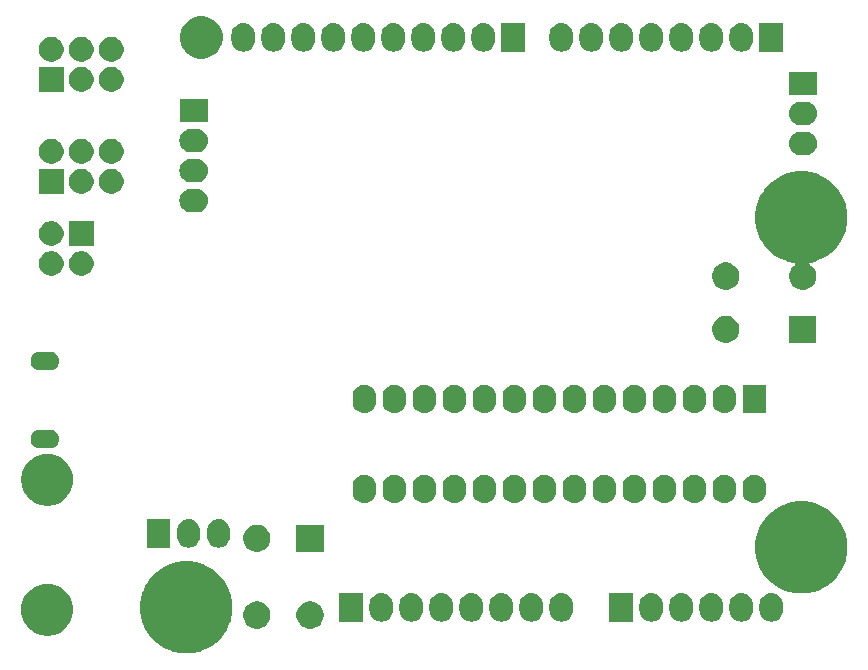
<source format=gbs>
G04 #@! TF.GenerationSoftware,KiCad,Pcbnew,(5.0.0-3-g5ebb6b6)*
G04 #@! TF.CreationDate,2018-09-25T22:11:26+10:00*
G04 #@! TF.ProjectId,arduinouno,61726475696E6F756E6F2E6B69636164,rev?*
G04 #@! TF.SameCoordinates,Original*
G04 #@! TF.FileFunction,Soldermask,Bot*
G04 #@! TF.FilePolarity,Negative*
%FSLAX46Y46*%
G04 Gerber Fmt 4.6, Leading zero omitted, Abs format (unit mm)*
G04 Created by KiCad (PCBNEW (5.0.0-3-g5ebb6b6)) date Tuesday, 25 September 2018 at 10:11:26 PM*
%MOMM*%
%LPD*%
G01*
G04 APERTURE LIST*
%ADD10C,0.100000*%
G04 APERTURE END LIST*
D10*
G36*
X116707588Y-97849875D02*
X116707590Y-97849876D01*
X116707591Y-97849876D01*
X116969771Y-97958475D01*
X117417343Y-98143865D01*
X117737811Y-98357995D01*
X118056103Y-98570671D01*
X118599329Y-99113897D01*
X118812005Y-99432189D01*
X119026135Y-99752657D01*
X119166342Y-100091147D01*
X119302558Y-100420000D01*
X119320125Y-100462412D01*
X119470000Y-101215884D01*
X119470000Y-101984116D01*
X119321963Y-102728349D01*
X119320124Y-102737591D01*
X119218439Y-102983080D01*
X119026135Y-103447343D01*
X118985035Y-103508853D01*
X118599329Y-104086103D01*
X118056103Y-104629329D01*
X117737811Y-104842005D01*
X117417343Y-105056135D01*
X116969771Y-105241525D01*
X116707591Y-105350124D01*
X116707590Y-105350124D01*
X116707588Y-105350125D01*
X115954116Y-105500000D01*
X115185884Y-105500000D01*
X114432412Y-105350125D01*
X114432410Y-105350124D01*
X114432409Y-105350124D01*
X114170229Y-105241525D01*
X113722657Y-105056135D01*
X113402189Y-104842005D01*
X113083897Y-104629329D01*
X112540671Y-104086103D01*
X112154965Y-103508853D01*
X112113865Y-103447343D01*
X111921561Y-102983080D01*
X111819876Y-102737591D01*
X111818038Y-102728349D01*
X111670000Y-101984116D01*
X111670000Y-101215884D01*
X111819875Y-100462412D01*
X111837443Y-100420000D01*
X111973658Y-100091147D01*
X112113865Y-99752657D01*
X112327995Y-99432189D01*
X112540671Y-99113897D01*
X113083897Y-98570671D01*
X113402189Y-98357995D01*
X113722657Y-98143865D01*
X114170229Y-97958475D01*
X114432409Y-97849876D01*
X114432410Y-97849876D01*
X114432412Y-97849875D01*
X115185884Y-97700000D01*
X115954116Y-97700000D01*
X116707588Y-97849875D01*
X116707588Y-97849875D01*
G37*
G36*
X104186695Y-99633818D02*
X104441719Y-99684545D01*
X104842091Y-99850385D01*
X105202417Y-100091147D01*
X105508853Y-100397583D01*
X105749615Y-100757909D01*
X105915455Y-101158281D01*
X106000000Y-101583321D01*
X106000000Y-102016679D01*
X105915455Y-102441719D01*
X105749615Y-102842091D01*
X105508853Y-103202417D01*
X105202417Y-103508853D01*
X104842091Y-103749615D01*
X104441719Y-103915455D01*
X104186695Y-103966182D01*
X104016681Y-104000000D01*
X103583319Y-104000000D01*
X103413305Y-103966182D01*
X103158281Y-103915455D01*
X102757909Y-103749615D01*
X102397583Y-103508853D01*
X102091147Y-103202417D01*
X101850385Y-102842091D01*
X101684545Y-102441719D01*
X101600000Y-102016679D01*
X101600000Y-101583321D01*
X101684545Y-101158281D01*
X101850385Y-100757909D01*
X102091147Y-100397583D01*
X102397583Y-100091147D01*
X102757909Y-99850385D01*
X103158281Y-99684545D01*
X103413305Y-99633818D01*
X103583319Y-99600000D01*
X104016681Y-99600000D01*
X104186695Y-99633818D01*
X104186695Y-99633818D01*
G37*
G36*
X126385443Y-101144194D02*
X126594729Y-101230884D01*
X126783082Y-101356737D01*
X126943263Y-101516918D01*
X127069116Y-101705271D01*
X127155806Y-101914557D01*
X127200000Y-102136735D01*
X127200000Y-102363265D01*
X127155806Y-102585443D01*
X127069116Y-102794729D01*
X126943263Y-102983082D01*
X126783082Y-103143263D01*
X126594729Y-103269116D01*
X126385443Y-103355806D01*
X126163265Y-103400000D01*
X125936735Y-103400000D01*
X125714557Y-103355806D01*
X125505271Y-103269116D01*
X125316918Y-103143263D01*
X125156737Y-102983082D01*
X125030884Y-102794729D01*
X124944194Y-102585443D01*
X124900000Y-102363265D01*
X124900000Y-102136735D01*
X124944194Y-101914557D01*
X125030884Y-101705271D01*
X125156737Y-101516918D01*
X125316918Y-101356737D01*
X125505271Y-101230884D01*
X125714557Y-101144194D01*
X125936735Y-101100000D01*
X126163265Y-101100000D01*
X126385443Y-101144194D01*
X126385443Y-101144194D01*
G37*
G36*
X121885443Y-101144194D02*
X122094729Y-101230884D01*
X122283082Y-101356737D01*
X122443263Y-101516918D01*
X122569116Y-101705271D01*
X122655806Y-101914557D01*
X122700000Y-102136735D01*
X122700000Y-102363265D01*
X122655806Y-102585443D01*
X122569116Y-102794729D01*
X122443263Y-102983082D01*
X122283082Y-103143263D01*
X122094729Y-103269116D01*
X121885443Y-103355806D01*
X121663265Y-103400000D01*
X121436735Y-103400000D01*
X121214557Y-103355806D01*
X121005271Y-103269116D01*
X120816918Y-103143263D01*
X120656737Y-102983082D01*
X120530884Y-102794729D01*
X120444194Y-102585443D01*
X120400000Y-102363265D01*
X120400000Y-102136735D01*
X120444194Y-101914557D01*
X120530884Y-101705271D01*
X120656737Y-101516918D01*
X120816918Y-101356737D01*
X121005271Y-101230884D01*
X121214557Y-101144194D01*
X121436735Y-101100000D01*
X121663265Y-101100000D01*
X121885443Y-101144194D01*
X121885443Y-101144194D01*
G37*
G36*
X142436031Y-100414468D02*
X142583038Y-100459063D01*
X142624534Y-100471651D01*
X142624536Y-100471652D01*
X142798258Y-100564507D01*
X142950528Y-100689472D01*
X143075493Y-100841742D01*
X143168348Y-101015463D01*
X143225532Y-101203969D01*
X143240000Y-101350871D01*
X143240000Y-101849128D01*
X143225532Y-101996030D01*
X143219267Y-102016681D01*
X143168349Y-102184535D01*
X143168348Y-102184536D01*
X143075493Y-102358258D01*
X142950528Y-102510528D01*
X142798258Y-102635493D01*
X142624537Y-102728348D01*
X142624535Y-102728349D01*
X142594078Y-102737588D01*
X142436031Y-102785532D01*
X142240001Y-102804839D01*
X142043969Y-102785532D01*
X141885923Y-102737588D01*
X141855466Y-102728349D01*
X141855464Y-102728348D01*
X141681743Y-102635493D01*
X141529473Y-102510528D01*
X141404509Y-102358259D01*
X141311651Y-102184535D01*
X141254468Y-101996031D01*
X141240000Y-101849129D01*
X141240000Y-101350872D01*
X141254468Y-101203970D01*
X141311652Y-101015464D01*
X141404507Y-100841742D01*
X141529472Y-100689472D01*
X141681742Y-100564507D01*
X141855463Y-100471652D01*
X141855465Y-100471651D01*
X141905448Y-100456489D01*
X142043969Y-100414468D01*
X142239999Y-100395161D01*
X142436031Y-100414468D01*
X142436031Y-100414468D01*
G37*
G36*
X144976031Y-100414468D02*
X145123038Y-100459063D01*
X145164534Y-100471651D01*
X145164536Y-100471652D01*
X145338258Y-100564507D01*
X145490528Y-100689472D01*
X145615493Y-100841742D01*
X145708348Y-101015463D01*
X145765532Y-101203969D01*
X145780000Y-101350871D01*
X145780000Y-101849128D01*
X145765532Y-101996030D01*
X145759267Y-102016681D01*
X145708349Y-102184535D01*
X145708348Y-102184536D01*
X145615493Y-102358258D01*
X145490528Y-102510528D01*
X145338258Y-102635493D01*
X145164537Y-102728348D01*
X145164535Y-102728349D01*
X145134078Y-102737588D01*
X144976031Y-102785532D01*
X144780001Y-102804839D01*
X144583969Y-102785532D01*
X144425923Y-102737588D01*
X144395466Y-102728349D01*
X144395464Y-102728348D01*
X144221743Y-102635493D01*
X144069473Y-102510528D01*
X143944509Y-102358259D01*
X143851651Y-102184535D01*
X143794468Y-101996031D01*
X143780000Y-101849129D01*
X143780000Y-101350872D01*
X143794468Y-101203970D01*
X143851652Y-101015464D01*
X143944507Y-100841742D01*
X144069472Y-100689472D01*
X144221742Y-100564507D01*
X144395463Y-100471652D01*
X144395465Y-100471651D01*
X144445448Y-100456489D01*
X144583969Y-100414468D01*
X144779999Y-100395161D01*
X144976031Y-100414468D01*
X144976031Y-100414468D01*
G37*
G36*
X147516031Y-100414468D02*
X147663038Y-100459063D01*
X147704534Y-100471651D01*
X147704536Y-100471652D01*
X147878258Y-100564507D01*
X148030528Y-100689472D01*
X148155493Y-100841742D01*
X148248348Y-101015463D01*
X148305532Y-101203969D01*
X148320000Y-101350871D01*
X148320000Y-101849128D01*
X148305532Y-101996030D01*
X148299267Y-102016681D01*
X148248349Y-102184535D01*
X148248348Y-102184536D01*
X148155493Y-102358258D01*
X148030528Y-102510528D01*
X147878258Y-102635493D01*
X147704537Y-102728348D01*
X147704535Y-102728349D01*
X147674078Y-102737588D01*
X147516031Y-102785532D01*
X147320001Y-102804839D01*
X147123969Y-102785532D01*
X146965923Y-102737588D01*
X146935466Y-102728349D01*
X146935464Y-102728348D01*
X146761743Y-102635493D01*
X146609473Y-102510528D01*
X146484509Y-102358259D01*
X146391651Y-102184535D01*
X146334468Y-101996031D01*
X146320000Y-101849129D01*
X146320000Y-101350872D01*
X146334468Y-101203970D01*
X146391652Y-101015464D01*
X146484507Y-100841742D01*
X146609472Y-100689472D01*
X146761742Y-100564507D01*
X146935463Y-100471652D01*
X146935465Y-100471651D01*
X146985448Y-100456489D01*
X147123969Y-100414468D01*
X147319999Y-100395161D01*
X147516031Y-100414468D01*
X147516031Y-100414468D01*
G37*
G36*
X155136031Y-100414468D02*
X155283038Y-100459063D01*
X155324534Y-100471651D01*
X155324536Y-100471652D01*
X155498258Y-100564507D01*
X155650528Y-100689472D01*
X155775493Y-100841742D01*
X155868348Y-101015463D01*
X155925532Y-101203969D01*
X155940000Y-101350871D01*
X155940000Y-101849128D01*
X155925532Y-101996030D01*
X155919267Y-102016681D01*
X155868349Y-102184535D01*
X155868348Y-102184536D01*
X155775493Y-102358258D01*
X155650528Y-102510528D01*
X155498258Y-102635493D01*
X155324537Y-102728348D01*
X155324535Y-102728349D01*
X155294078Y-102737588D01*
X155136031Y-102785532D01*
X154940001Y-102804839D01*
X154743969Y-102785532D01*
X154585923Y-102737588D01*
X154555466Y-102728349D01*
X154555464Y-102728348D01*
X154381743Y-102635493D01*
X154229473Y-102510528D01*
X154104509Y-102358259D01*
X154011651Y-102184535D01*
X153954468Y-101996031D01*
X153940000Y-101849129D01*
X153940000Y-101350872D01*
X153954468Y-101203970D01*
X154011652Y-101015464D01*
X154104507Y-100841742D01*
X154229472Y-100689472D01*
X154381742Y-100564507D01*
X154555463Y-100471652D01*
X154555465Y-100471651D01*
X154605448Y-100456489D01*
X154743969Y-100414468D01*
X154939999Y-100395161D01*
X155136031Y-100414468D01*
X155136031Y-100414468D01*
G37*
G36*
X157676031Y-100414468D02*
X157823038Y-100459063D01*
X157864534Y-100471651D01*
X157864536Y-100471652D01*
X158038258Y-100564507D01*
X158190528Y-100689472D01*
X158315493Y-100841742D01*
X158408348Y-101015463D01*
X158465532Y-101203969D01*
X158480000Y-101350871D01*
X158480000Y-101849128D01*
X158465532Y-101996030D01*
X158459267Y-102016681D01*
X158408349Y-102184535D01*
X158408348Y-102184536D01*
X158315493Y-102358258D01*
X158190528Y-102510528D01*
X158038258Y-102635493D01*
X157864537Y-102728348D01*
X157864535Y-102728349D01*
X157834078Y-102737588D01*
X157676031Y-102785532D01*
X157480001Y-102804839D01*
X157283969Y-102785532D01*
X157125923Y-102737588D01*
X157095466Y-102728349D01*
X157095464Y-102728348D01*
X156921743Y-102635493D01*
X156769473Y-102510528D01*
X156644509Y-102358259D01*
X156551651Y-102184535D01*
X156494468Y-101996031D01*
X156480000Y-101849129D01*
X156480000Y-101350872D01*
X156494468Y-101203970D01*
X156551652Y-101015464D01*
X156644507Y-100841742D01*
X156769472Y-100689472D01*
X156921742Y-100564507D01*
X157095463Y-100471652D01*
X157095465Y-100471651D01*
X157145448Y-100456489D01*
X157283969Y-100414468D01*
X157479999Y-100395161D01*
X157676031Y-100414468D01*
X157676031Y-100414468D01*
G37*
G36*
X160216031Y-100414468D02*
X160363038Y-100459063D01*
X160404534Y-100471651D01*
X160404536Y-100471652D01*
X160578258Y-100564507D01*
X160730528Y-100689472D01*
X160855493Y-100841742D01*
X160948348Y-101015463D01*
X161005532Y-101203969D01*
X161020000Y-101350871D01*
X161020000Y-101849128D01*
X161005532Y-101996030D01*
X160999267Y-102016681D01*
X160948349Y-102184535D01*
X160948348Y-102184536D01*
X160855493Y-102358258D01*
X160730528Y-102510528D01*
X160578258Y-102635493D01*
X160404537Y-102728348D01*
X160404535Y-102728349D01*
X160374078Y-102737588D01*
X160216031Y-102785532D01*
X160020001Y-102804839D01*
X159823969Y-102785532D01*
X159665923Y-102737588D01*
X159635466Y-102728349D01*
X159635464Y-102728348D01*
X159461743Y-102635493D01*
X159309473Y-102510528D01*
X159184509Y-102358259D01*
X159091651Y-102184535D01*
X159034468Y-101996031D01*
X159020000Y-101849129D01*
X159020000Y-101350872D01*
X159034468Y-101203970D01*
X159091652Y-101015464D01*
X159184507Y-100841742D01*
X159309472Y-100689472D01*
X159461742Y-100564507D01*
X159635463Y-100471652D01*
X159635465Y-100471651D01*
X159685448Y-100456489D01*
X159823969Y-100414468D01*
X160019999Y-100395161D01*
X160216031Y-100414468D01*
X160216031Y-100414468D01*
G37*
G36*
X162756031Y-100414468D02*
X162903038Y-100459063D01*
X162944534Y-100471651D01*
X162944536Y-100471652D01*
X163118258Y-100564507D01*
X163270528Y-100689472D01*
X163395493Y-100841742D01*
X163488348Y-101015463D01*
X163545532Y-101203969D01*
X163560000Y-101350871D01*
X163560000Y-101849128D01*
X163545532Y-101996030D01*
X163539267Y-102016681D01*
X163488349Y-102184535D01*
X163488348Y-102184536D01*
X163395493Y-102358258D01*
X163270528Y-102510528D01*
X163118258Y-102635493D01*
X162944537Y-102728348D01*
X162944535Y-102728349D01*
X162914078Y-102737588D01*
X162756031Y-102785532D01*
X162560001Y-102804839D01*
X162363969Y-102785532D01*
X162205923Y-102737588D01*
X162175466Y-102728349D01*
X162175464Y-102728348D01*
X162001743Y-102635493D01*
X161849473Y-102510528D01*
X161724509Y-102358259D01*
X161631651Y-102184535D01*
X161574468Y-101996031D01*
X161560000Y-101849129D01*
X161560000Y-101350872D01*
X161574468Y-101203970D01*
X161631652Y-101015464D01*
X161724507Y-100841742D01*
X161849472Y-100689472D01*
X162001742Y-100564507D01*
X162175463Y-100471652D01*
X162175465Y-100471651D01*
X162225448Y-100456489D01*
X162363969Y-100414468D01*
X162559999Y-100395161D01*
X162756031Y-100414468D01*
X162756031Y-100414468D01*
G37*
G36*
X165296031Y-100414468D02*
X165443038Y-100459063D01*
X165484534Y-100471651D01*
X165484536Y-100471652D01*
X165658258Y-100564507D01*
X165810528Y-100689472D01*
X165935493Y-100841742D01*
X166028348Y-101015463D01*
X166085532Y-101203969D01*
X166100000Y-101350871D01*
X166100000Y-101849128D01*
X166085532Y-101996030D01*
X166079267Y-102016681D01*
X166028349Y-102184535D01*
X166028348Y-102184536D01*
X165935493Y-102358258D01*
X165810528Y-102510528D01*
X165658258Y-102635493D01*
X165484537Y-102728348D01*
X165484535Y-102728349D01*
X165454078Y-102737588D01*
X165296031Y-102785532D01*
X165100001Y-102804839D01*
X164903969Y-102785532D01*
X164745923Y-102737588D01*
X164715466Y-102728349D01*
X164715464Y-102728348D01*
X164541743Y-102635493D01*
X164389473Y-102510528D01*
X164264509Y-102358259D01*
X164171651Y-102184535D01*
X164114468Y-101996031D01*
X164100000Y-101849129D01*
X164100000Y-101350872D01*
X164114468Y-101203970D01*
X164171652Y-101015464D01*
X164264507Y-100841742D01*
X164389472Y-100689472D01*
X164541742Y-100564507D01*
X164715463Y-100471652D01*
X164715465Y-100471651D01*
X164765448Y-100456489D01*
X164903969Y-100414468D01*
X165099999Y-100395161D01*
X165296031Y-100414468D01*
X165296031Y-100414468D01*
G37*
G36*
X132276031Y-100414468D02*
X132423038Y-100459063D01*
X132464534Y-100471651D01*
X132464536Y-100471652D01*
X132638258Y-100564507D01*
X132790528Y-100689472D01*
X132915493Y-100841742D01*
X133008348Y-101015463D01*
X133065532Y-101203969D01*
X133080000Y-101350871D01*
X133080000Y-101849128D01*
X133065532Y-101996030D01*
X133059267Y-102016681D01*
X133008349Y-102184535D01*
X133008348Y-102184536D01*
X132915493Y-102358258D01*
X132790528Y-102510528D01*
X132638258Y-102635493D01*
X132464537Y-102728348D01*
X132464535Y-102728349D01*
X132434078Y-102737588D01*
X132276031Y-102785532D01*
X132080001Y-102804839D01*
X131883969Y-102785532D01*
X131725923Y-102737588D01*
X131695466Y-102728349D01*
X131695464Y-102728348D01*
X131521743Y-102635493D01*
X131369473Y-102510528D01*
X131244509Y-102358259D01*
X131151651Y-102184535D01*
X131094468Y-101996031D01*
X131080000Y-101849129D01*
X131080000Y-101350872D01*
X131094468Y-101203970D01*
X131151652Y-101015464D01*
X131244507Y-100841742D01*
X131369472Y-100689472D01*
X131521742Y-100564507D01*
X131695463Y-100471652D01*
X131695465Y-100471651D01*
X131745448Y-100456489D01*
X131883969Y-100414468D01*
X132079999Y-100395161D01*
X132276031Y-100414468D01*
X132276031Y-100414468D01*
G37*
G36*
X139896031Y-100414468D02*
X140043038Y-100459063D01*
X140084534Y-100471651D01*
X140084536Y-100471652D01*
X140258258Y-100564507D01*
X140410528Y-100689472D01*
X140535493Y-100841742D01*
X140628348Y-101015463D01*
X140685532Y-101203969D01*
X140700000Y-101350871D01*
X140700000Y-101849128D01*
X140685532Y-101996030D01*
X140679267Y-102016681D01*
X140628349Y-102184535D01*
X140628348Y-102184536D01*
X140535493Y-102358258D01*
X140410528Y-102510528D01*
X140258258Y-102635493D01*
X140084537Y-102728348D01*
X140084535Y-102728349D01*
X140054078Y-102737588D01*
X139896031Y-102785532D01*
X139700001Y-102804839D01*
X139503969Y-102785532D01*
X139345923Y-102737588D01*
X139315466Y-102728349D01*
X139315464Y-102728348D01*
X139141743Y-102635493D01*
X138989473Y-102510528D01*
X138864509Y-102358259D01*
X138771651Y-102184535D01*
X138714468Y-101996031D01*
X138700000Y-101849129D01*
X138700000Y-101350872D01*
X138714468Y-101203970D01*
X138771652Y-101015464D01*
X138864507Y-100841742D01*
X138989472Y-100689472D01*
X139141742Y-100564507D01*
X139315463Y-100471652D01*
X139315465Y-100471651D01*
X139365448Y-100456489D01*
X139503969Y-100414468D01*
X139699999Y-100395161D01*
X139896031Y-100414468D01*
X139896031Y-100414468D01*
G37*
G36*
X134816031Y-100414468D02*
X134963038Y-100459063D01*
X135004534Y-100471651D01*
X135004536Y-100471652D01*
X135178258Y-100564507D01*
X135330528Y-100689472D01*
X135455493Y-100841742D01*
X135548348Y-101015463D01*
X135605532Y-101203969D01*
X135620000Y-101350871D01*
X135620000Y-101849128D01*
X135605532Y-101996030D01*
X135599267Y-102016681D01*
X135548349Y-102184535D01*
X135548348Y-102184536D01*
X135455493Y-102358258D01*
X135330528Y-102510528D01*
X135178258Y-102635493D01*
X135004537Y-102728348D01*
X135004535Y-102728349D01*
X134974078Y-102737588D01*
X134816031Y-102785532D01*
X134620001Y-102804839D01*
X134423969Y-102785532D01*
X134265923Y-102737588D01*
X134235466Y-102728349D01*
X134235464Y-102728348D01*
X134061743Y-102635493D01*
X133909473Y-102510528D01*
X133784509Y-102358259D01*
X133691651Y-102184535D01*
X133634468Y-101996031D01*
X133620000Y-101849129D01*
X133620000Y-101350872D01*
X133634468Y-101203970D01*
X133691652Y-101015464D01*
X133784507Y-100841742D01*
X133909472Y-100689472D01*
X134061742Y-100564507D01*
X134235463Y-100471652D01*
X134235465Y-100471651D01*
X134285448Y-100456489D01*
X134423969Y-100414468D01*
X134619999Y-100395161D01*
X134816031Y-100414468D01*
X134816031Y-100414468D01*
G37*
G36*
X137356031Y-100414468D02*
X137503038Y-100459063D01*
X137544534Y-100471651D01*
X137544536Y-100471652D01*
X137718258Y-100564507D01*
X137870528Y-100689472D01*
X137995493Y-100841742D01*
X138088348Y-101015463D01*
X138145532Y-101203969D01*
X138160000Y-101350871D01*
X138160000Y-101849128D01*
X138145532Y-101996030D01*
X138139267Y-102016681D01*
X138088349Y-102184535D01*
X138088348Y-102184536D01*
X137995493Y-102358258D01*
X137870528Y-102510528D01*
X137718258Y-102635493D01*
X137544537Y-102728348D01*
X137544535Y-102728349D01*
X137514078Y-102737588D01*
X137356031Y-102785532D01*
X137160001Y-102804839D01*
X136963969Y-102785532D01*
X136805923Y-102737588D01*
X136775466Y-102728349D01*
X136775464Y-102728348D01*
X136601743Y-102635493D01*
X136449473Y-102510528D01*
X136324509Y-102358259D01*
X136231651Y-102184535D01*
X136174468Y-101996031D01*
X136160000Y-101849129D01*
X136160000Y-101350872D01*
X136174468Y-101203970D01*
X136231652Y-101015464D01*
X136324507Y-100841742D01*
X136449472Y-100689472D01*
X136601742Y-100564507D01*
X136775463Y-100471652D01*
X136775465Y-100471651D01*
X136825448Y-100456489D01*
X136963969Y-100414468D01*
X137159999Y-100395161D01*
X137356031Y-100414468D01*
X137356031Y-100414468D01*
G37*
G36*
X153400000Y-102800000D02*
X151400000Y-102800000D01*
X151400000Y-100400000D01*
X153400000Y-100400000D01*
X153400000Y-102800000D01*
X153400000Y-102800000D01*
G37*
G36*
X130540000Y-102800000D02*
X128540000Y-102800000D01*
X128540000Y-100400000D01*
X130540000Y-100400000D01*
X130540000Y-102800000D01*
X130540000Y-102800000D01*
G37*
G36*
X168777588Y-92769875D02*
X168777590Y-92769876D01*
X168777591Y-92769876D01*
X168782330Y-92771839D01*
X169487343Y-93063865D01*
X169807811Y-93277995D01*
X170126103Y-93490671D01*
X170669329Y-94033897D01*
X170749893Y-94154470D01*
X171096135Y-94672657D01*
X171390125Y-95382412D01*
X171532516Y-96098259D01*
X171540000Y-96135886D01*
X171540000Y-96904114D01*
X171390124Y-97657591D01*
X171310477Y-97849875D01*
X171096135Y-98367343D01*
X170960275Y-98570671D01*
X170669329Y-99006103D01*
X170126103Y-99549329D01*
X169821801Y-99752657D01*
X169487343Y-99976135D01*
X169209679Y-100091147D01*
X168777591Y-100270124D01*
X168777590Y-100270124D01*
X168777588Y-100270125D01*
X168024116Y-100420000D01*
X167255884Y-100420000D01*
X166502412Y-100270125D01*
X166502410Y-100270124D01*
X166502409Y-100270124D01*
X166070321Y-100091147D01*
X165792657Y-99976135D01*
X165458199Y-99752657D01*
X165153897Y-99549329D01*
X164610671Y-99006103D01*
X164319725Y-98570671D01*
X164183865Y-98367343D01*
X163969523Y-97849875D01*
X163889876Y-97657591D01*
X163740000Y-96904114D01*
X163740000Y-96135886D01*
X163747484Y-96098259D01*
X163889875Y-95382412D01*
X164183865Y-94672657D01*
X164530107Y-94154470D01*
X164610671Y-94033897D01*
X165153897Y-93490671D01*
X165472189Y-93277995D01*
X165792657Y-93063865D01*
X166497670Y-92771839D01*
X166502409Y-92769876D01*
X166502410Y-92769876D01*
X166502412Y-92769875D01*
X167255884Y-92620000D01*
X168024116Y-92620000D01*
X168777588Y-92769875D01*
X168777588Y-92769875D01*
G37*
G36*
X121885443Y-94644194D02*
X122094729Y-94730884D01*
X122283082Y-94856737D01*
X122443263Y-95016918D01*
X122569116Y-95205271D01*
X122655806Y-95414557D01*
X122700000Y-95636735D01*
X122700000Y-95863265D01*
X122655806Y-96085443D01*
X122569116Y-96294729D01*
X122443263Y-96483082D01*
X122283082Y-96643263D01*
X122094729Y-96769116D01*
X121885443Y-96855806D01*
X121663265Y-96900000D01*
X121436735Y-96900000D01*
X121214557Y-96855806D01*
X121005271Y-96769116D01*
X120816918Y-96643263D01*
X120656737Y-96483082D01*
X120530884Y-96294729D01*
X120444194Y-96085443D01*
X120400000Y-95863265D01*
X120400000Y-95636735D01*
X120444194Y-95414557D01*
X120530884Y-95205271D01*
X120656737Y-95016918D01*
X120816918Y-94856737D01*
X121005271Y-94730884D01*
X121214557Y-94644194D01*
X121436735Y-94600000D01*
X121663265Y-94600000D01*
X121885443Y-94644194D01*
X121885443Y-94644194D01*
G37*
G36*
X127200000Y-96900000D02*
X124900000Y-96900000D01*
X124900000Y-94600000D01*
X127200000Y-94600000D01*
X127200000Y-96900000D01*
X127200000Y-96900000D01*
G37*
G36*
X115956031Y-94154468D02*
X116103038Y-94199063D01*
X116144534Y-94211651D01*
X116144536Y-94211652D01*
X116318258Y-94304507D01*
X116470528Y-94429472D01*
X116595493Y-94581742D01*
X116688348Y-94755463D01*
X116745532Y-94943969D01*
X116760000Y-95090871D01*
X116760000Y-95589128D01*
X116745532Y-95736030D01*
X116710646Y-95851032D01*
X116688349Y-95924535D01*
X116688348Y-95924536D01*
X116595493Y-96098258D01*
X116470528Y-96250528D01*
X116318258Y-96375493D01*
X116144537Y-96468348D01*
X116144535Y-96468349D01*
X116095973Y-96483080D01*
X115956031Y-96525532D01*
X115760001Y-96544839D01*
X115563969Y-96525532D01*
X115416962Y-96480937D01*
X115375466Y-96468349D01*
X115375464Y-96468348D01*
X115201743Y-96375493D01*
X115049473Y-96250528D01*
X114924509Y-96098259D01*
X114831651Y-95924535D01*
X114774468Y-95736031D01*
X114760000Y-95589129D01*
X114760000Y-95090872D01*
X114774468Y-94943970D01*
X114831652Y-94755464D01*
X114924507Y-94581742D01*
X115049472Y-94429472D01*
X115201742Y-94304507D01*
X115375463Y-94211652D01*
X115375465Y-94211651D01*
X115425448Y-94196489D01*
X115563969Y-94154468D01*
X115759999Y-94135161D01*
X115956031Y-94154468D01*
X115956031Y-94154468D01*
G37*
G36*
X118496031Y-94154468D02*
X118643038Y-94199063D01*
X118684534Y-94211651D01*
X118684536Y-94211652D01*
X118858258Y-94304507D01*
X119010528Y-94429472D01*
X119135493Y-94581742D01*
X119228348Y-94755463D01*
X119285532Y-94943969D01*
X119300000Y-95090871D01*
X119300000Y-95589128D01*
X119285532Y-95736030D01*
X119250646Y-95851032D01*
X119228349Y-95924535D01*
X119228348Y-95924536D01*
X119135493Y-96098258D01*
X119010528Y-96250528D01*
X118858258Y-96375493D01*
X118684537Y-96468348D01*
X118684535Y-96468349D01*
X118635973Y-96483080D01*
X118496031Y-96525532D01*
X118300001Y-96544839D01*
X118103969Y-96525532D01*
X117956962Y-96480937D01*
X117915466Y-96468349D01*
X117915464Y-96468348D01*
X117741743Y-96375493D01*
X117589473Y-96250528D01*
X117464509Y-96098259D01*
X117371651Y-95924535D01*
X117314468Y-95736031D01*
X117300000Y-95589129D01*
X117300000Y-95090872D01*
X117314468Y-94943970D01*
X117371652Y-94755464D01*
X117464507Y-94581742D01*
X117589472Y-94429472D01*
X117741742Y-94304507D01*
X117915463Y-94211652D01*
X117915465Y-94211651D01*
X117965448Y-94196489D01*
X118103969Y-94154468D01*
X118299999Y-94135161D01*
X118496031Y-94154468D01*
X118496031Y-94154468D01*
G37*
G36*
X114220000Y-96540000D02*
X112220000Y-96540000D01*
X112220000Y-94140000D01*
X114220000Y-94140000D01*
X114220000Y-96540000D01*
X114220000Y-96540000D01*
G37*
G36*
X104186695Y-88633818D02*
X104441719Y-88684545D01*
X104842091Y-88850385D01*
X105202417Y-89091147D01*
X105508853Y-89397583D01*
X105749615Y-89757909D01*
X105915455Y-90158281D01*
X105956009Y-90362161D01*
X106000000Y-90583319D01*
X106000000Y-91016681D01*
X105969310Y-91170969D01*
X105915455Y-91441719D01*
X105749615Y-91842091D01*
X105508853Y-92202417D01*
X105202417Y-92508853D01*
X104842091Y-92749615D01*
X104441719Y-92915455D01*
X104186695Y-92966182D01*
X104016681Y-93000000D01*
X103583319Y-93000000D01*
X103413305Y-92966182D01*
X103158281Y-92915455D01*
X102757909Y-92749615D01*
X102397583Y-92508853D01*
X102091147Y-92202417D01*
X101850385Y-91842091D01*
X101684545Y-91441719D01*
X101630690Y-91170969D01*
X101600000Y-91016681D01*
X101600000Y-90583319D01*
X101643991Y-90362161D01*
X101684545Y-90158281D01*
X101850385Y-89757909D01*
X102091147Y-89397583D01*
X102397583Y-89091147D01*
X102757909Y-88850385D01*
X103158281Y-88684545D01*
X103413305Y-88633818D01*
X103583319Y-88600000D01*
X104016681Y-88600000D01*
X104186695Y-88633818D01*
X104186695Y-88633818D01*
G37*
G36*
X130841031Y-90381468D02*
X130979552Y-90423489D01*
X131029535Y-90438651D01*
X131029537Y-90438652D01*
X131203258Y-90531507D01*
X131355528Y-90656472D01*
X131480493Y-90808742D01*
X131543854Y-90927284D01*
X131573349Y-90982465D01*
X131583728Y-91016681D01*
X131630532Y-91170970D01*
X131645000Y-91317872D01*
X131645000Y-91816129D01*
X131630532Y-91963031D01*
X131573348Y-92151537D01*
X131480493Y-92325258D01*
X131355528Y-92477528D01*
X131203258Y-92602493D01*
X131029536Y-92695348D01*
X131029534Y-92695349D01*
X130988038Y-92707937D01*
X130841031Y-92752532D01*
X130644999Y-92771839D01*
X130448969Y-92752532D01*
X130310448Y-92710511D01*
X130260465Y-92695349D01*
X130260463Y-92695348D01*
X130086742Y-92602493D01*
X129934472Y-92477528D01*
X129809507Y-92325258D01*
X129716652Y-92151536D01*
X129659468Y-91963030D01*
X129645000Y-91816128D01*
X129645000Y-91317871D01*
X129659468Y-91170969D01*
X129716651Y-90982465D01*
X129809509Y-90808741D01*
X129934473Y-90656472D01*
X130086743Y-90531507D01*
X130260464Y-90438652D01*
X130260466Y-90438651D01*
X130301962Y-90426063D01*
X130448969Y-90381468D01*
X130645001Y-90362161D01*
X130841031Y-90381468D01*
X130841031Y-90381468D01*
G37*
G36*
X133381031Y-90381468D02*
X133519552Y-90423489D01*
X133569535Y-90438651D01*
X133569537Y-90438652D01*
X133743258Y-90531507D01*
X133895528Y-90656472D01*
X134020493Y-90808742D01*
X134083854Y-90927284D01*
X134113349Y-90982465D01*
X134123728Y-91016681D01*
X134170532Y-91170970D01*
X134185000Y-91317872D01*
X134185000Y-91816129D01*
X134170532Y-91963031D01*
X134113348Y-92151537D01*
X134020493Y-92325258D01*
X133895528Y-92477528D01*
X133743258Y-92602493D01*
X133569536Y-92695348D01*
X133569534Y-92695349D01*
X133528038Y-92707937D01*
X133381031Y-92752532D01*
X133184999Y-92771839D01*
X132988969Y-92752532D01*
X132850448Y-92710511D01*
X132800465Y-92695349D01*
X132800463Y-92695348D01*
X132626742Y-92602493D01*
X132474472Y-92477528D01*
X132349507Y-92325258D01*
X132256652Y-92151536D01*
X132199468Y-91963030D01*
X132185000Y-91816128D01*
X132185000Y-91317871D01*
X132199468Y-91170969D01*
X132256651Y-90982465D01*
X132349509Y-90808741D01*
X132474473Y-90656472D01*
X132626743Y-90531507D01*
X132800464Y-90438652D01*
X132800466Y-90438651D01*
X132841962Y-90426063D01*
X132988969Y-90381468D01*
X133185001Y-90362161D01*
X133381031Y-90381468D01*
X133381031Y-90381468D01*
G37*
G36*
X135921031Y-90381468D02*
X136059552Y-90423489D01*
X136109535Y-90438651D01*
X136109537Y-90438652D01*
X136283258Y-90531507D01*
X136435528Y-90656472D01*
X136560493Y-90808742D01*
X136623854Y-90927284D01*
X136653349Y-90982465D01*
X136663728Y-91016681D01*
X136710532Y-91170970D01*
X136725000Y-91317872D01*
X136725000Y-91816129D01*
X136710532Y-91963031D01*
X136653348Y-92151537D01*
X136560493Y-92325258D01*
X136435528Y-92477528D01*
X136283258Y-92602493D01*
X136109536Y-92695348D01*
X136109534Y-92695349D01*
X136068038Y-92707937D01*
X135921031Y-92752532D01*
X135724999Y-92771839D01*
X135528969Y-92752532D01*
X135390448Y-92710511D01*
X135340465Y-92695349D01*
X135340463Y-92695348D01*
X135166742Y-92602493D01*
X135014472Y-92477528D01*
X134889507Y-92325258D01*
X134796652Y-92151536D01*
X134739468Y-91963030D01*
X134725000Y-91816128D01*
X134725000Y-91317871D01*
X134739468Y-91170969D01*
X134796651Y-90982465D01*
X134889509Y-90808741D01*
X135014473Y-90656472D01*
X135166743Y-90531507D01*
X135340464Y-90438652D01*
X135340466Y-90438651D01*
X135381962Y-90426063D01*
X135528969Y-90381468D01*
X135725001Y-90362161D01*
X135921031Y-90381468D01*
X135921031Y-90381468D01*
G37*
G36*
X138461031Y-90381468D02*
X138599552Y-90423489D01*
X138649535Y-90438651D01*
X138649537Y-90438652D01*
X138823258Y-90531507D01*
X138975528Y-90656472D01*
X139100493Y-90808742D01*
X139163854Y-90927284D01*
X139193349Y-90982465D01*
X139203728Y-91016681D01*
X139250532Y-91170970D01*
X139265000Y-91317872D01*
X139265000Y-91816129D01*
X139250532Y-91963031D01*
X139193348Y-92151537D01*
X139100493Y-92325258D01*
X138975528Y-92477528D01*
X138823258Y-92602493D01*
X138649536Y-92695348D01*
X138649534Y-92695349D01*
X138608038Y-92707937D01*
X138461031Y-92752532D01*
X138264999Y-92771839D01*
X138068969Y-92752532D01*
X137930448Y-92710511D01*
X137880465Y-92695349D01*
X137880463Y-92695348D01*
X137706742Y-92602493D01*
X137554472Y-92477528D01*
X137429507Y-92325258D01*
X137336652Y-92151536D01*
X137279468Y-91963030D01*
X137265000Y-91816128D01*
X137265000Y-91317871D01*
X137279468Y-91170969D01*
X137336651Y-90982465D01*
X137429509Y-90808741D01*
X137554473Y-90656472D01*
X137706743Y-90531507D01*
X137880464Y-90438652D01*
X137880466Y-90438651D01*
X137921962Y-90426063D01*
X138068969Y-90381468D01*
X138265001Y-90362161D01*
X138461031Y-90381468D01*
X138461031Y-90381468D01*
G37*
G36*
X141001031Y-90381468D02*
X141139552Y-90423489D01*
X141189535Y-90438651D01*
X141189537Y-90438652D01*
X141363258Y-90531507D01*
X141515528Y-90656472D01*
X141640493Y-90808742D01*
X141703854Y-90927284D01*
X141733349Y-90982465D01*
X141743728Y-91016681D01*
X141790532Y-91170970D01*
X141805000Y-91317872D01*
X141805000Y-91816129D01*
X141790532Y-91963031D01*
X141733348Y-92151537D01*
X141640493Y-92325258D01*
X141515528Y-92477528D01*
X141363258Y-92602493D01*
X141189536Y-92695348D01*
X141189534Y-92695349D01*
X141148038Y-92707937D01*
X141001031Y-92752532D01*
X140804999Y-92771839D01*
X140608969Y-92752532D01*
X140470448Y-92710511D01*
X140420465Y-92695349D01*
X140420463Y-92695348D01*
X140246742Y-92602493D01*
X140094472Y-92477528D01*
X139969507Y-92325258D01*
X139876652Y-92151536D01*
X139819468Y-91963030D01*
X139805000Y-91816128D01*
X139805000Y-91317871D01*
X139819468Y-91170969D01*
X139876651Y-90982465D01*
X139969509Y-90808741D01*
X140094473Y-90656472D01*
X140246743Y-90531507D01*
X140420464Y-90438652D01*
X140420466Y-90438651D01*
X140461962Y-90426063D01*
X140608969Y-90381468D01*
X140805001Y-90362161D01*
X141001031Y-90381468D01*
X141001031Y-90381468D01*
G37*
G36*
X143541031Y-90381468D02*
X143679552Y-90423489D01*
X143729535Y-90438651D01*
X143729537Y-90438652D01*
X143903258Y-90531507D01*
X144055528Y-90656472D01*
X144180493Y-90808742D01*
X144243854Y-90927284D01*
X144273349Y-90982465D01*
X144283728Y-91016681D01*
X144330532Y-91170970D01*
X144345000Y-91317872D01*
X144345000Y-91816129D01*
X144330532Y-91963031D01*
X144273348Y-92151537D01*
X144180493Y-92325258D01*
X144055528Y-92477528D01*
X143903258Y-92602493D01*
X143729536Y-92695348D01*
X143729534Y-92695349D01*
X143688038Y-92707937D01*
X143541031Y-92752532D01*
X143344999Y-92771839D01*
X143148969Y-92752532D01*
X143010448Y-92710511D01*
X142960465Y-92695349D01*
X142960463Y-92695348D01*
X142786742Y-92602493D01*
X142634472Y-92477528D01*
X142509507Y-92325258D01*
X142416652Y-92151536D01*
X142359468Y-91963030D01*
X142345000Y-91816128D01*
X142345000Y-91317871D01*
X142359468Y-91170969D01*
X142416651Y-90982465D01*
X142509509Y-90808741D01*
X142634473Y-90656472D01*
X142786743Y-90531507D01*
X142960464Y-90438652D01*
X142960466Y-90438651D01*
X143001962Y-90426063D01*
X143148969Y-90381468D01*
X143345001Y-90362161D01*
X143541031Y-90381468D01*
X143541031Y-90381468D01*
G37*
G36*
X146081031Y-90381468D02*
X146219552Y-90423489D01*
X146269535Y-90438651D01*
X146269537Y-90438652D01*
X146443258Y-90531507D01*
X146595528Y-90656472D01*
X146720493Y-90808742D01*
X146783854Y-90927284D01*
X146813349Y-90982465D01*
X146823728Y-91016681D01*
X146870532Y-91170970D01*
X146885000Y-91317872D01*
X146885000Y-91816129D01*
X146870532Y-91963031D01*
X146813348Y-92151537D01*
X146720493Y-92325258D01*
X146595528Y-92477528D01*
X146443258Y-92602493D01*
X146269536Y-92695348D01*
X146269534Y-92695349D01*
X146228038Y-92707937D01*
X146081031Y-92752532D01*
X145884999Y-92771839D01*
X145688969Y-92752532D01*
X145550448Y-92710511D01*
X145500465Y-92695349D01*
X145500463Y-92695348D01*
X145326742Y-92602493D01*
X145174472Y-92477528D01*
X145049507Y-92325258D01*
X144956652Y-92151536D01*
X144899468Y-91963030D01*
X144885000Y-91816128D01*
X144885000Y-91317871D01*
X144899468Y-91170969D01*
X144956651Y-90982465D01*
X145049509Y-90808741D01*
X145174473Y-90656472D01*
X145326743Y-90531507D01*
X145500464Y-90438652D01*
X145500466Y-90438651D01*
X145541962Y-90426063D01*
X145688969Y-90381468D01*
X145885001Y-90362161D01*
X146081031Y-90381468D01*
X146081031Y-90381468D01*
G37*
G36*
X148621031Y-90381468D02*
X148759552Y-90423489D01*
X148809535Y-90438651D01*
X148809537Y-90438652D01*
X148983258Y-90531507D01*
X149135528Y-90656472D01*
X149260493Y-90808742D01*
X149323854Y-90927284D01*
X149353349Y-90982465D01*
X149363728Y-91016681D01*
X149410532Y-91170970D01*
X149425000Y-91317872D01*
X149425000Y-91816129D01*
X149410532Y-91963031D01*
X149353348Y-92151537D01*
X149260493Y-92325258D01*
X149135528Y-92477528D01*
X148983258Y-92602493D01*
X148809536Y-92695348D01*
X148809534Y-92695349D01*
X148768038Y-92707937D01*
X148621031Y-92752532D01*
X148424999Y-92771839D01*
X148228969Y-92752532D01*
X148090448Y-92710511D01*
X148040465Y-92695349D01*
X148040463Y-92695348D01*
X147866742Y-92602493D01*
X147714472Y-92477528D01*
X147589507Y-92325258D01*
X147496652Y-92151536D01*
X147439468Y-91963030D01*
X147425000Y-91816128D01*
X147425000Y-91317871D01*
X147439468Y-91170969D01*
X147496651Y-90982465D01*
X147589509Y-90808741D01*
X147714473Y-90656472D01*
X147866743Y-90531507D01*
X148040464Y-90438652D01*
X148040466Y-90438651D01*
X148081962Y-90426063D01*
X148228969Y-90381468D01*
X148425001Y-90362161D01*
X148621031Y-90381468D01*
X148621031Y-90381468D01*
G37*
G36*
X163861031Y-90381468D02*
X163999552Y-90423489D01*
X164049535Y-90438651D01*
X164049537Y-90438652D01*
X164223258Y-90531507D01*
X164375528Y-90656472D01*
X164500493Y-90808742D01*
X164563854Y-90927284D01*
X164593349Y-90982465D01*
X164603728Y-91016681D01*
X164650532Y-91170970D01*
X164665000Y-91317872D01*
X164665000Y-91816129D01*
X164650532Y-91963031D01*
X164593348Y-92151537D01*
X164500493Y-92325258D01*
X164375528Y-92477528D01*
X164223258Y-92602493D01*
X164049536Y-92695348D01*
X164049534Y-92695349D01*
X164008038Y-92707937D01*
X163861031Y-92752532D01*
X163664999Y-92771839D01*
X163468969Y-92752532D01*
X163330448Y-92710511D01*
X163280465Y-92695349D01*
X163280463Y-92695348D01*
X163106742Y-92602493D01*
X162954472Y-92477528D01*
X162829507Y-92325258D01*
X162736652Y-92151536D01*
X162679468Y-91963030D01*
X162665000Y-91816128D01*
X162665000Y-91317871D01*
X162679468Y-91170969D01*
X162736651Y-90982465D01*
X162829509Y-90808741D01*
X162954473Y-90656472D01*
X163106743Y-90531507D01*
X163280464Y-90438652D01*
X163280466Y-90438651D01*
X163321962Y-90426063D01*
X163468969Y-90381468D01*
X163665001Y-90362161D01*
X163861031Y-90381468D01*
X163861031Y-90381468D01*
G37*
G36*
X153701031Y-90381468D02*
X153839552Y-90423489D01*
X153889535Y-90438651D01*
X153889537Y-90438652D01*
X154063258Y-90531507D01*
X154215528Y-90656472D01*
X154340493Y-90808742D01*
X154403854Y-90927284D01*
X154433349Y-90982465D01*
X154443728Y-91016681D01*
X154490532Y-91170970D01*
X154505000Y-91317872D01*
X154505000Y-91816129D01*
X154490532Y-91963031D01*
X154433348Y-92151537D01*
X154340493Y-92325258D01*
X154215528Y-92477528D01*
X154063258Y-92602493D01*
X153889536Y-92695348D01*
X153889534Y-92695349D01*
X153848038Y-92707937D01*
X153701031Y-92752532D01*
X153504999Y-92771839D01*
X153308969Y-92752532D01*
X153170448Y-92710511D01*
X153120465Y-92695349D01*
X153120463Y-92695348D01*
X152946742Y-92602493D01*
X152794472Y-92477528D01*
X152669507Y-92325258D01*
X152576652Y-92151536D01*
X152519468Y-91963030D01*
X152505000Y-91816128D01*
X152505000Y-91317871D01*
X152519468Y-91170969D01*
X152576651Y-90982465D01*
X152669509Y-90808741D01*
X152794473Y-90656472D01*
X152946743Y-90531507D01*
X153120464Y-90438652D01*
X153120466Y-90438651D01*
X153161962Y-90426063D01*
X153308969Y-90381468D01*
X153505001Y-90362161D01*
X153701031Y-90381468D01*
X153701031Y-90381468D01*
G37*
G36*
X156241031Y-90381468D02*
X156379552Y-90423489D01*
X156429535Y-90438651D01*
X156429537Y-90438652D01*
X156603258Y-90531507D01*
X156755528Y-90656472D01*
X156880493Y-90808742D01*
X156943854Y-90927284D01*
X156973349Y-90982465D01*
X156983728Y-91016681D01*
X157030532Y-91170970D01*
X157045000Y-91317872D01*
X157045000Y-91816129D01*
X157030532Y-91963031D01*
X156973348Y-92151537D01*
X156880493Y-92325258D01*
X156755528Y-92477528D01*
X156603258Y-92602493D01*
X156429536Y-92695348D01*
X156429534Y-92695349D01*
X156388038Y-92707937D01*
X156241031Y-92752532D01*
X156044999Y-92771839D01*
X155848969Y-92752532D01*
X155710448Y-92710511D01*
X155660465Y-92695349D01*
X155660463Y-92695348D01*
X155486742Y-92602493D01*
X155334472Y-92477528D01*
X155209507Y-92325258D01*
X155116652Y-92151536D01*
X155059468Y-91963030D01*
X155045000Y-91816128D01*
X155045000Y-91317871D01*
X155059468Y-91170969D01*
X155116651Y-90982465D01*
X155209509Y-90808741D01*
X155334473Y-90656472D01*
X155486743Y-90531507D01*
X155660464Y-90438652D01*
X155660466Y-90438651D01*
X155701962Y-90426063D01*
X155848969Y-90381468D01*
X156045001Y-90362161D01*
X156241031Y-90381468D01*
X156241031Y-90381468D01*
G37*
G36*
X158781031Y-90381468D02*
X158919552Y-90423489D01*
X158969535Y-90438651D01*
X158969537Y-90438652D01*
X159143258Y-90531507D01*
X159295528Y-90656472D01*
X159420493Y-90808742D01*
X159483854Y-90927284D01*
X159513349Y-90982465D01*
X159523728Y-91016681D01*
X159570532Y-91170970D01*
X159585000Y-91317872D01*
X159585000Y-91816129D01*
X159570532Y-91963031D01*
X159513348Y-92151537D01*
X159420493Y-92325258D01*
X159295528Y-92477528D01*
X159143258Y-92602493D01*
X158969536Y-92695348D01*
X158969534Y-92695349D01*
X158928038Y-92707937D01*
X158781031Y-92752532D01*
X158584999Y-92771839D01*
X158388969Y-92752532D01*
X158250448Y-92710511D01*
X158200465Y-92695349D01*
X158200463Y-92695348D01*
X158026742Y-92602493D01*
X157874472Y-92477528D01*
X157749507Y-92325258D01*
X157656652Y-92151536D01*
X157599468Y-91963030D01*
X157585000Y-91816128D01*
X157585000Y-91317871D01*
X157599468Y-91170969D01*
X157656651Y-90982465D01*
X157749509Y-90808741D01*
X157874473Y-90656472D01*
X158026743Y-90531507D01*
X158200464Y-90438652D01*
X158200466Y-90438651D01*
X158241962Y-90426063D01*
X158388969Y-90381468D01*
X158585001Y-90362161D01*
X158781031Y-90381468D01*
X158781031Y-90381468D01*
G37*
G36*
X161321031Y-90381468D02*
X161459552Y-90423489D01*
X161509535Y-90438651D01*
X161509537Y-90438652D01*
X161683258Y-90531507D01*
X161835528Y-90656472D01*
X161960493Y-90808742D01*
X162023854Y-90927284D01*
X162053349Y-90982465D01*
X162063728Y-91016681D01*
X162110532Y-91170970D01*
X162125000Y-91317872D01*
X162125000Y-91816129D01*
X162110532Y-91963031D01*
X162053348Y-92151537D01*
X161960493Y-92325258D01*
X161835528Y-92477528D01*
X161683258Y-92602493D01*
X161509536Y-92695348D01*
X161509534Y-92695349D01*
X161468038Y-92707937D01*
X161321031Y-92752532D01*
X161124999Y-92771839D01*
X160928969Y-92752532D01*
X160790448Y-92710511D01*
X160740465Y-92695349D01*
X160740463Y-92695348D01*
X160566742Y-92602493D01*
X160414472Y-92477528D01*
X160289507Y-92325258D01*
X160196652Y-92151536D01*
X160139468Y-91963030D01*
X160125000Y-91816128D01*
X160125000Y-91317871D01*
X160139468Y-91170969D01*
X160196651Y-90982465D01*
X160289509Y-90808741D01*
X160414473Y-90656472D01*
X160566743Y-90531507D01*
X160740464Y-90438652D01*
X160740466Y-90438651D01*
X160781962Y-90426063D01*
X160928969Y-90381468D01*
X161125001Y-90362161D01*
X161321031Y-90381468D01*
X161321031Y-90381468D01*
G37*
G36*
X151161031Y-90381468D02*
X151299552Y-90423489D01*
X151349535Y-90438651D01*
X151349537Y-90438652D01*
X151523258Y-90531507D01*
X151675528Y-90656472D01*
X151800493Y-90808742D01*
X151863854Y-90927284D01*
X151893349Y-90982465D01*
X151903728Y-91016681D01*
X151950532Y-91170970D01*
X151965000Y-91317872D01*
X151965000Y-91816129D01*
X151950532Y-91963031D01*
X151893348Y-92151537D01*
X151800493Y-92325258D01*
X151675528Y-92477528D01*
X151523258Y-92602493D01*
X151349536Y-92695348D01*
X151349534Y-92695349D01*
X151308038Y-92707937D01*
X151161031Y-92752532D01*
X150964999Y-92771839D01*
X150768969Y-92752532D01*
X150630448Y-92710511D01*
X150580465Y-92695349D01*
X150580463Y-92695348D01*
X150406742Y-92602493D01*
X150254472Y-92477528D01*
X150129507Y-92325258D01*
X150036652Y-92151536D01*
X149979468Y-91963030D01*
X149965000Y-91816128D01*
X149965000Y-91317871D01*
X149979468Y-91170969D01*
X150036651Y-90982465D01*
X150129509Y-90808741D01*
X150254473Y-90656472D01*
X150406743Y-90531507D01*
X150580464Y-90438652D01*
X150580466Y-90438651D01*
X150621962Y-90426063D01*
X150768969Y-90381468D01*
X150965001Y-90362161D01*
X151161031Y-90381468D01*
X151161031Y-90381468D01*
G37*
G36*
X104156825Y-86551575D02*
X104307628Y-86597321D01*
X104446608Y-86671607D01*
X104568422Y-86771578D01*
X104668393Y-86893392D01*
X104742679Y-87032372D01*
X104788425Y-87183175D01*
X104803871Y-87340000D01*
X104788425Y-87496825D01*
X104742679Y-87647628D01*
X104668393Y-87786608D01*
X104568422Y-87908422D01*
X104446608Y-88008393D01*
X104307628Y-88082679D01*
X104156825Y-88128425D01*
X104039299Y-88140000D01*
X103160701Y-88140000D01*
X103043175Y-88128425D01*
X102892372Y-88082679D01*
X102753392Y-88008393D01*
X102631578Y-87908422D01*
X102531607Y-87786608D01*
X102457321Y-87647628D01*
X102411575Y-87496825D01*
X102396129Y-87340000D01*
X102411575Y-87183175D01*
X102457321Y-87032372D01*
X102531607Y-86893392D01*
X102631578Y-86771578D01*
X102753392Y-86671607D01*
X102892372Y-86597321D01*
X103043175Y-86551575D01*
X103160701Y-86540000D01*
X104039299Y-86540000D01*
X104156825Y-86551575D01*
X104156825Y-86551575D01*
G37*
G36*
X153701031Y-82761468D02*
X153839552Y-82803489D01*
X153889535Y-82818651D01*
X153889537Y-82818652D01*
X154063258Y-82911507D01*
X154215528Y-83036472D01*
X154340493Y-83188742D01*
X154403854Y-83307284D01*
X154433349Y-83362465D01*
X154455646Y-83435968D01*
X154490532Y-83550970D01*
X154505000Y-83697872D01*
X154505000Y-84196129D01*
X154490532Y-84343031D01*
X154433348Y-84531537D01*
X154340493Y-84705258D01*
X154215528Y-84857528D01*
X154063258Y-84982493D01*
X153889536Y-85075348D01*
X153889534Y-85075349D01*
X153848038Y-85087937D01*
X153701031Y-85132532D01*
X153504999Y-85151839D01*
X153308969Y-85132532D01*
X153170448Y-85090511D01*
X153120465Y-85075349D01*
X153120463Y-85075348D01*
X152946742Y-84982493D01*
X152794472Y-84857528D01*
X152669507Y-84705258D01*
X152576652Y-84531536D01*
X152519468Y-84343030D01*
X152505000Y-84196128D01*
X152505000Y-83697871D01*
X152519468Y-83550969D01*
X152576651Y-83362465D01*
X152669509Y-83188741D01*
X152794473Y-83036472D01*
X152946743Y-82911507D01*
X153120464Y-82818652D01*
X153120466Y-82818651D01*
X153161962Y-82806063D01*
X153308969Y-82761468D01*
X153505001Y-82742161D01*
X153701031Y-82761468D01*
X153701031Y-82761468D01*
G37*
G36*
X156241031Y-82761468D02*
X156379552Y-82803489D01*
X156429535Y-82818651D01*
X156429537Y-82818652D01*
X156603258Y-82911507D01*
X156755528Y-83036472D01*
X156880493Y-83188742D01*
X156943854Y-83307284D01*
X156973349Y-83362465D01*
X156995646Y-83435968D01*
X157030532Y-83550970D01*
X157045000Y-83697872D01*
X157045000Y-84196129D01*
X157030532Y-84343031D01*
X156973348Y-84531537D01*
X156880493Y-84705258D01*
X156755528Y-84857528D01*
X156603258Y-84982493D01*
X156429536Y-85075348D01*
X156429534Y-85075349D01*
X156388038Y-85087937D01*
X156241031Y-85132532D01*
X156044999Y-85151839D01*
X155848969Y-85132532D01*
X155710448Y-85090511D01*
X155660465Y-85075349D01*
X155660463Y-85075348D01*
X155486742Y-84982493D01*
X155334472Y-84857528D01*
X155209507Y-84705258D01*
X155116652Y-84531536D01*
X155059468Y-84343030D01*
X155045000Y-84196128D01*
X155045000Y-83697871D01*
X155059468Y-83550969D01*
X155116651Y-83362465D01*
X155209509Y-83188741D01*
X155334473Y-83036472D01*
X155486743Y-82911507D01*
X155660464Y-82818652D01*
X155660466Y-82818651D01*
X155701962Y-82806063D01*
X155848969Y-82761468D01*
X156045001Y-82742161D01*
X156241031Y-82761468D01*
X156241031Y-82761468D01*
G37*
G36*
X130841031Y-82761468D02*
X130979552Y-82803489D01*
X131029535Y-82818651D01*
X131029537Y-82818652D01*
X131203258Y-82911507D01*
X131355528Y-83036472D01*
X131480493Y-83188742D01*
X131543854Y-83307284D01*
X131573349Y-83362465D01*
X131595646Y-83435968D01*
X131630532Y-83550970D01*
X131645000Y-83697872D01*
X131645000Y-84196129D01*
X131630532Y-84343031D01*
X131573348Y-84531537D01*
X131480493Y-84705258D01*
X131355528Y-84857528D01*
X131203258Y-84982493D01*
X131029536Y-85075348D01*
X131029534Y-85075349D01*
X130988038Y-85087937D01*
X130841031Y-85132532D01*
X130644999Y-85151839D01*
X130448969Y-85132532D01*
X130310448Y-85090511D01*
X130260465Y-85075349D01*
X130260463Y-85075348D01*
X130086742Y-84982493D01*
X129934472Y-84857528D01*
X129809507Y-84705258D01*
X129716652Y-84531536D01*
X129659468Y-84343030D01*
X129645000Y-84196128D01*
X129645000Y-83697871D01*
X129659468Y-83550969D01*
X129716651Y-83362465D01*
X129809509Y-83188741D01*
X129934473Y-83036472D01*
X130086743Y-82911507D01*
X130260464Y-82818652D01*
X130260466Y-82818651D01*
X130301962Y-82806063D01*
X130448969Y-82761468D01*
X130645001Y-82742161D01*
X130841031Y-82761468D01*
X130841031Y-82761468D01*
G37*
G36*
X133381031Y-82761468D02*
X133519552Y-82803489D01*
X133569535Y-82818651D01*
X133569537Y-82818652D01*
X133743258Y-82911507D01*
X133895528Y-83036472D01*
X134020493Y-83188742D01*
X134083854Y-83307284D01*
X134113349Y-83362465D01*
X134135646Y-83435968D01*
X134170532Y-83550970D01*
X134185000Y-83697872D01*
X134185000Y-84196129D01*
X134170532Y-84343031D01*
X134113348Y-84531537D01*
X134020493Y-84705258D01*
X133895528Y-84857528D01*
X133743258Y-84982493D01*
X133569536Y-85075348D01*
X133569534Y-85075349D01*
X133528038Y-85087937D01*
X133381031Y-85132532D01*
X133184999Y-85151839D01*
X132988969Y-85132532D01*
X132850448Y-85090511D01*
X132800465Y-85075349D01*
X132800463Y-85075348D01*
X132626742Y-84982493D01*
X132474472Y-84857528D01*
X132349507Y-84705258D01*
X132256652Y-84531536D01*
X132199468Y-84343030D01*
X132185000Y-84196128D01*
X132185000Y-83697871D01*
X132199468Y-83550969D01*
X132256651Y-83362465D01*
X132349509Y-83188741D01*
X132474473Y-83036472D01*
X132626743Y-82911507D01*
X132800464Y-82818652D01*
X132800466Y-82818651D01*
X132841962Y-82806063D01*
X132988969Y-82761468D01*
X133185001Y-82742161D01*
X133381031Y-82761468D01*
X133381031Y-82761468D01*
G37*
G36*
X135921031Y-82761468D02*
X136059552Y-82803489D01*
X136109535Y-82818651D01*
X136109537Y-82818652D01*
X136283258Y-82911507D01*
X136435528Y-83036472D01*
X136560493Y-83188742D01*
X136623854Y-83307284D01*
X136653349Y-83362465D01*
X136675646Y-83435968D01*
X136710532Y-83550970D01*
X136725000Y-83697872D01*
X136725000Y-84196129D01*
X136710532Y-84343031D01*
X136653348Y-84531537D01*
X136560493Y-84705258D01*
X136435528Y-84857528D01*
X136283258Y-84982493D01*
X136109536Y-85075348D01*
X136109534Y-85075349D01*
X136068038Y-85087937D01*
X135921031Y-85132532D01*
X135724999Y-85151839D01*
X135528969Y-85132532D01*
X135390448Y-85090511D01*
X135340465Y-85075349D01*
X135340463Y-85075348D01*
X135166742Y-84982493D01*
X135014472Y-84857528D01*
X134889507Y-84705258D01*
X134796652Y-84531536D01*
X134739468Y-84343030D01*
X134725000Y-84196128D01*
X134725000Y-83697871D01*
X134739468Y-83550969D01*
X134796651Y-83362465D01*
X134889509Y-83188741D01*
X135014473Y-83036472D01*
X135166743Y-82911507D01*
X135340464Y-82818652D01*
X135340466Y-82818651D01*
X135381962Y-82806063D01*
X135528969Y-82761468D01*
X135725001Y-82742161D01*
X135921031Y-82761468D01*
X135921031Y-82761468D01*
G37*
G36*
X138461031Y-82761468D02*
X138599552Y-82803489D01*
X138649535Y-82818651D01*
X138649537Y-82818652D01*
X138823258Y-82911507D01*
X138975528Y-83036472D01*
X139100493Y-83188742D01*
X139163854Y-83307284D01*
X139193349Y-83362465D01*
X139215646Y-83435968D01*
X139250532Y-83550970D01*
X139265000Y-83697872D01*
X139265000Y-84196129D01*
X139250532Y-84343031D01*
X139193348Y-84531537D01*
X139100493Y-84705258D01*
X138975528Y-84857528D01*
X138823258Y-84982493D01*
X138649536Y-85075348D01*
X138649534Y-85075349D01*
X138608038Y-85087937D01*
X138461031Y-85132532D01*
X138264999Y-85151839D01*
X138068969Y-85132532D01*
X137930448Y-85090511D01*
X137880465Y-85075349D01*
X137880463Y-85075348D01*
X137706742Y-84982493D01*
X137554472Y-84857528D01*
X137429507Y-84705258D01*
X137336652Y-84531536D01*
X137279468Y-84343030D01*
X137265000Y-84196128D01*
X137265000Y-83697871D01*
X137279468Y-83550969D01*
X137336651Y-83362465D01*
X137429509Y-83188741D01*
X137554473Y-83036472D01*
X137706743Y-82911507D01*
X137880464Y-82818652D01*
X137880466Y-82818651D01*
X137921962Y-82806063D01*
X138068969Y-82761468D01*
X138265001Y-82742161D01*
X138461031Y-82761468D01*
X138461031Y-82761468D01*
G37*
G36*
X141001031Y-82761468D02*
X141139552Y-82803489D01*
X141189535Y-82818651D01*
X141189537Y-82818652D01*
X141363258Y-82911507D01*
X141515528Y-83036472D01*
X141640493Y-83188742D01*
X141703854Y-83307284D01*
X141733349Y-83362465D01*
X141755646Y-83435968D01*
X141790532Y-83550970D01*
X141805000Y-83697872D01*
X141805000Y-84196129D01*
X141790532Y-84343031D01*
X141733348Y-84531537D01*
X141640493Y-84705258D01*
X141515528Y-84857528D01*
X141363258Y-84982493D01*
X141189536Y-85075348D01*
X141189534Y-85075349D01*
X141148038Y-85087937D01*
X141001031Y-85132532D01*
X140804999Y-85151839D01*
X140608969Y-85132532D01*
X140470448Y-85090511D01*
X140420465Y-85075349D01*
X140420463Y-85075348D01*
X140246742Y-84982493D01*
X140094472Y-84857528D01*
X139969507Y-84705258D01*
X139876652Y-84531536D01*
X139819468Y-84343030D01*
X139805000Y-84196128D01*
X139805000Y-83697871D01*
X139819468Y-83550969D01*
X139876651Y-83362465D01*
X139969509Y-83188741D01*
X140094473Y-83036472D01*
X140246743Y-82911507D01*
X140420464Y-82818652D01*
X140420466Y-82818651D01*
X140461962Y-82806063D01*
X140608969Y-82761468D01*
X140805001Y-82742161D01*
X141001031Y-82761468D01*
X141001031Y-82761468D01*
G37*
G36*
X158781031Y-82761468D02*
X158919552Y-82803489D01*
X158969535Y-82818651D01*
X158969537Y-82818652D01*
X159143258Y-82911507D01*
X159295528Y-83036472D01*
X159420493Y-83188742D01*
X159483854Y-83307284D01*
X159513349Y-83362465D01*
X159535646Y-83435968D01*
X159570532Y-83550970D01*
X159585000Y-83697872D01*
X159585000Y-84196129D01*
X159570532Y-84343031D01*
X159513348Y-84531537D01*
X159420493Y-84705258D01*
X159295528Y-84857528D01*
X159143258Y-84982493D01*
X158969536Y-85075348D01*
X158969534Y-85075349D01*
X158928038Y-85087937D01*
X158781031Y-85132532D01*
X158584999Y-85151839D01*
X158388969Y-85132532D01*
X158250448Y-85090511D01*
X158200465Y-85075349D01*
X158200463Y-85075348D01*
X158026742Y-84982493D01*
X157874472Y-84857528D01*
X157749507Y-84705258D01*
X157656652Y-84531536D01*
X157599468Y-84343030D01*
X157585000Y-84196128D01*
X157585000Y-83697871D01*
X157599468Y-83550969D01*
X157656651Y-83362465D01*
X157749509Y-83188741D01*
X157874473Y-83036472D01*
X158026743Y-82911507D01*
X158200464Y-82818652D01*
X158200466Y-82818651D01*
X158241962Y-82806063D01*
X158388969Y-82761468D01*
X158585001Y-82742161D01*
X158781031Y-82761468D01*
X158781031Y-82761468D01*
G37*
G36*
X161321031Y-82761468D02*
X161459552Y-82803489D01*
X161509535Y-82818651D01*
X161509537Y-82818652D01*
X161683258Y-82911507D01*
X161835528Y-83036472D01*
X161960493Y-83188742D01*
X162023854Y-83307284D01*
X162053349Y-83362465D01*
X162075646Y-83435968D01*
X162110532Y-83550970D01*
X162125000Y-83697872D01*
X162125000Y-84196129D01*
X162110532Y-84343031D01*
X162053348Y-84531537D01*
X161960493Y-84705258D01*
X161835528Y-84857528D01*
X161683258Y-84982493D01*
X161509536Y-85075348D01*
X161509534Y-85075349D01*
X161468038Y-85087937D01*
X161321031Y-85132532D01*
X161124999Y-85151839D01*
X160928969Y-85132532D01*
X160790448Y-85090511D01*
X160740465Y-85075349D01*
X160740463Y-85075348D01*
X160566742Y-84982493D01*
X160414472Y-84857528D01*
X160289507Y-84705258D01*
X160196652Y-84531536D01*
X160139468Y-84343030D01*
X160125000Y-84196128D01*
X160125000Y-83697871D01*
X160139468Y-83550969D01*
X160196651Y-83362465D01*
X160289509Y-83188741D01*
X160414473Y-83036472D01*
X160566743Y-82911507D01*
X160740464Y-82818652D01*
X160740466Y-82818651D01*
X160781962Y-82806063D01*
X160928969Y-82761468D01*
X161125001Y-82742161D01*
X161321031Y-82761468D01*
X161321031Y-82761468D01*
G37*
G36*
X151161031Y-82761468D02*
X151299552Y-82803489D01*
X151349535Y-82818651D01*
X151349537Y-82818652D01*
X151523258Y-82911507D01*
X151675528Y-83036472D01*
X151800493Y-83188742D01*
X151863854Y-83307284D01*
X151893349Y-83362465D01*
X151915646Y-83435968D01*
X151950532Y-83550970D01*
X151965000Y-83697872D01*
X151965000Y-84196129D01*
X151950532Y-84343031D01*
X151893348Y-84531537D01*
X151800493Y-84705258D01*
X151675528Y-84857528D01*
X151523258Y-84982493D01*
X151349536Y-85075348D01*
X151349534Y-85075349D01*
X151308038Y-85087937D01*
X151161031Y-85132532D01*
X150964999Y-85151839D01*
X150768969Y-85132532D01*
X150630448Y-85090511D01*
X150580465Y-85075349D01*
X150580463Y-85075348D01*
X150406742Y-84982493D01*
X150254472Y-84857528D01*
X150129507Y-84705258D01*
X150036652Y-84531536D01*
X149979468Y-84343030D01*
X149965000Y-84196128D01*
X149965000Y-83697871D01*
X149979468Y-83550969D01*
X150036651Y-83362465D01*
X150129509Y-83188741D01*
X150254473Y-83036472D01*
X150406743Y-82911507D01*
X150580464Y-82818652D01*
X150580466Y-82818651D01*
X150621962Y-82806063D01*
X150768969Y-82761468D01*
X150965001Y-82742161D01*
X151161031Y-82761468D01*
X151161031Y-82761468D01*
G37*
G36*
X148621031Y-82761468D02*
X148759552Y-82803489D01*
X148809535Y-82818651D01*
X148809537Y-82818652D01*
X148983258Y-82911507D01*
X149135528Y-83036472D01*
X149260493Y-83188742D01*
X149323854Y-83307284D01*
X149353349Y-83362465D01*
X149375646Y-83435968D01*
X149410532Y-83550970D01*
X149425000Y-83697872D01*
X149425000Y-84196129D01*
X149410532Y-84343031D01*
X149353348Y-84531537D01*
X149260493Y-84705258D01*
X149135528Y-84857528D01*
X148983258Y-84982493D01*
X148809536Y-85075348D01*
X148809534Y-85075349D01*
X148768038Y-85087937D01*
X148621031Y-85132532D01*
X148424999Y-85151839D01*
X148228969Y-85132532D01*
X148090448Y-85090511D01*
X148040465Y-85075349D01*
X148040463Y-85075348D01*
X147866742Y-84982493D01*
X147714472Y-84857528D01*
X147589507Y-84705258D01*
X147496652Y-84531536D01*
X147439468Y-84343030D01*
X147425000Y-84196128D01*
X147425000Y-83697871D01*
X147439468Y-83550969D01*
X147496651Y-83362465D01*
X147589509Y-83188741D01*
X147714473Y-83036472D01*
X147866743Y-82911507D01*
X148040464Y-82818652D01*
X148040466Y-82818651D01*
X148081962Y-82806063D01*
X148228969Y-82761468D01*
X148425001Y-82742161D01*
X148621031Y-82761468D01*
X148621031Y-82761468D01*
G37*
G36*
X146081031Y-82761468D02*
X146219552Y-82803489D01*
X146269535Y-82818651D01*
X146269537Y-82818652D01*
X146443258Y-82911507D01*
X146595528Y-83036472D01*
X146720493Y-83188742D01*
X146783854Y-83307284D01*
X146813349Y-83362465D01*
X146835646Y-83435968D01*
X146870532Y-83550970D01*
X146885000Y-83697872D01*
X146885000Y-84196129D01*
X146870532Y-84343031D01*
X146813348Y-84531537D01*
X146720493Y-84705258D01*
X146595528Y-84857528D01*
X146443258Y-84982493D01*
X146269536Y-85075348D01*
X146269534Y-85075349D01*
X146228038Y-85087937D01*
X146081031Y-85132532D01*
X145884999Y-85151839D01*
X145688969Y-85132532D01*
X145550448Y-85090511D01*
X145500465Y-85075349D01*
X145500463Y-85075348D01*
X145326742Y-84982493D01*
X145174472Y-84857528D01*
X145049507Y-84705258D01*
X144956652Y-84531536D01*
X144899468Y-84343030D01*
X144885000Y-84196128D01*
X144885000Y-83697871D01*
X144899468Y-83550969D01*
X144956651Y-83362465D01*
X145049509Y-83188741D01*
X145174473Y-83036472D01*
X145326743Y-82911507D01*
X145500464Y-82818652D01*
X145500466Y-82818651D01*
X145541962Y-82806063D01*
X145688969Y-82761468D01*
X145885001Y-82742161D01*
X146081031Y-82761468D01*
X146081031Y-82761468D01*
G37*
G36*
X143541031Y-82761468D02*
X143679552Y-82803489D01*
X143729535Y-82818651D01*
X143729537Y-82818652D01*
X143903258Y-82911507D01*
X144055528Y-83036472D01*
X144180493Y-83188742D01*
X144243854Y-83307284D01*
X144273349Y-83362465D01*
X144295646Y-83435968D01*
X144330532Y-83550970D01*
X144345000Y-83697872D01*
X144345000Y-84196129D01*
X144330532Y-84343031D01*
X144273348Y-84531537D01*
X144180493Y-84705258D01*
X144055528Y-84857528D01*
X143903258Y-84982493D01*
X143729536Y-85075348D01*
X143729534Y-85075349D01*
X143688038Y-85087937D01*
X143541031Y-85132532D01*
X143344999Y-85151839D01*
X143148969Y-85132532D01*
X143010448Y-85090511D01*
X142960465Y-85075349D01*
X142960463Y-85075348D01*
X142786742Y-84982493D01*
X142634472Y-84857528D01*
X142509507Y-84705258D01*
X142416652Y-84531536D01*
X142359468Y-84343030D01*
X142345000Y-84196128D01*
X142345000Y-83697871D01*
X142359468Y-83550969D01*
X142416651Y-83362465D01*
X142509509Y-83188741D01*
X142634473Y-83036472D01*
X142786743Y-82911507D01*
X142960464Y-82818652D01*
X142960466Y-82818651D01*
X143001962Y-82806063D01*
X143148969Y-82761468D01*
X143345001Y-82742161D01*
X143541031Y-82761468D01*
X143541031Y-82761468D01*
G37*
G36*
X164665000Y-85147000D02*
X162665000Y-85147000D01*
X162665000Y-82747000D01*
X164665000Y-82747000D01*
X164665000Y-85147000D01*
X164665000Y-85147000D01*
G37*
G36*
X104156825Y-79951575D02*
X104307628Y-79997321D01*
X104446608Y-80071607D01*
X104568422Y-80171578D01*
X104668393Y-80293392D01*
X104742679Y-80432372D01*
X104788425Y-80583175D01*
X104803871Y-80740000D01*
X104788425Y-80896825D01*
X104742679Y-81047628D01*
X104668393Y-81186608D01*
X104568422Y-81308422D01*
X104446608Y-81408393D01*
X104307628Y-81482679D01*
X104156825Y-81528425D01*
X104039299Y-81540000D01*
X103160701Y-81540000D01*
X103043175Y-81528425D01*
X102892372Y-81482679D01*
X102753392Y-81408393D01*
X102631578Y-81308422D01*
X102531607Y-81186608D01*
X102457321Y-81047628D01*
X102411575Y-80896825D01*
X102396129Y-80740000D01*
X102411575Y-80583175D01*
X102457321Y-80432372D01*
X102531607Y-80293392D01*
X102631578Y-80171578D01*
X102753392Y-80071607D01*
X102892372Y-79997321D01*
X103043175Y-79951575D01*
X103160701Y-79940000D01*
X104039299Y-79940000D01*
X104156825Y-79951575D01*
X104156825Y-79951575D01*
G37*
G36*
X161585443Y-76944194D02*
X161794729Y-77030884D01*
X161983082Y-77156737D01*
X162143263Y-77316918D01*
X162269116Y-77505271D01*
X162355806Y-77714557D01*
X162400000Y-77936735D01*
X162400000Y-78163265D01*
X162355806Y-78385443D01*
X162269116Y-78594729D01*
X162143263Y-78783082D01*
X161983082Y-78943263D01*
X161794729Y-79069116D01*
X161585443Y-79155806D01*
X161363265Y-79200000D01*
X161136735Y-79200000D01*
X160914557Y-79155806D01*
X160705271Y-79069116D01*
X160516918Y-78943263D01*
X160356737Y-78783082D01*
X160230884Y-78594729D01*
X160144194Y-78385443D01*
X160100000Y-78163265D01*
X160100000Y-77936735D01*
X160144194Y-77714557D01*
X160230884Y-77505271D01*
X160356737Y-77316918D01*
X160516918Y-77156737D01*
X160705271Y-77030884D01*
X160914557Y-76944194D01*
X161136735Y-76900000D01*
X161363265Y-76900000D01*
X161585443Y-76944194D01*
X161585443Y-76944194D01*
G37*
G36*
X168900000Y-79200000D02*
X166600000Y-79200000D01*
X166600000Y-76900000D01*
X168900000Y-76900000D01*
X168900000Y-79200000D01*
X168900000Y-79200000D01*
G37*
G36*
X161585443Y-72444194D02*
X161794729Y-72530884D01*
X161983082Y-72656737D01*
X162143263Y-72816918D01*
X162269116Y-73005271D01*
X162355806Y-73214557D01*
X162400000Y-73436735D01*
X162400000Y-73663265D01*
X162355806Y-73885443D01*
X162269116Y-74094729D01*
X162143263Y-74283082D01*
X161983082Y-74443263D01*
X161794729Y-74569116D01*
X161585443Y-74655806D01*
X161363265Y-74700000D01*
X161136735Y-74700000D01*
X160914557Y-74655806D01*
X160705271Y-74569116D01*
X160516918Y-74443263D01*
X160356737Y-74283082D01*
X160230884Y-74094729D01*
X160144194Y-73885443D01*
X160100000Y-73663265D01*
X160100000Y-73436735D01*
X160144194Y-73214557D01*
X160230884Y-73005271D01*
X160356737Y-72816918D01*
X160516918Y-72656737D01*
X160705271Y-72530884D01*
X160914557Y-72444194D01*
X161136735Y-72400000D01*
X161363265Y-72400000D01*
X161585443Y-72444194D01*
X161585443Y-72444194D01*
G37*
G36*
X168777588Y-64829875D02*
X168777590Y-64829876D01*
X168777591Y-64829876D01*
X168856748Y-64862664D01*
X169487343Y-65123865D01*
X169639788Y-65225726D01*
X170126103Y-65550671D01*
X170669329Y-66093897D01*
X170823418Y-66324508D01*
X171096135Y-66732657D01*
X171390125Y-67442412D01*
X171540000Y-68195884D01*
X171540000Y-68964116D01*
X171390125Y-69717588D01*
X171096135Y-70427343D01*
X170974588Y-70609250D01*
X170669329Y-71066103D01*
X170126103Y-71609329D01*
X169824909Y-71810580D01*
X169487343Y-72036135D01*
X169039771Y-72221525D01*
X168777591Y-72330124D01*
X168777590Y-72330124D01*
X168777588Y-72330125D01*
X168410741Y-72403096D01*
X168391990Y-72408784D01*
X168374701Y-72418025D01*
X168359547Y-72430461D01*
X168347111Y-72445615D01*
X168337870Y-72462904D01*
X168332179Y-72481663D01*
X168330258Y-72501172D01*
X168332179Y-72520681D01*
X168337870Y-72539440D01*
X168347111Y-72556729D01*
X168359547Y-72571883D01*
X168374701Y-72584319D01*
X168406556Y-72605604D01*
X168483082Y-72656737D01*
X168643263Y-72816918D01*
X168769116Y-73005271D01*
X168855806Y-73214557D01*
X168900000Y-73436735D01*
X168900000Y-73663265D01*
X168855806Y-73885443D01*
X168769116Y-74094729D01*
X168643263Y-74283082D01*
X168483082Y-74443263D01*
X168294729Y-74569116D01*
X168085443Y-74655806D01*
X167863265Y-74700000D01*
X167636735Y-74700000D01*
X167414557Y-74655806D01*
X167205271Y-74569116D01*
X167016918Y-74443263D01*
X166856737Y-74283082D01*
X166730884Y-74094729D01*
X166644194Y-73885443D01*
X166600000Y-73663265D01*
X166600000Y-73436735D01*
X166644194Y-73214557D01*
X166730884Y-73005271D01*
X166856737Y-72816918D01*
X167016918Y-72656737D01*
X167074832Y-72618041D01*
X167089984Y-72605604D01*
X167102420Y-72590450D01*
X167111661Y-72573162D01*
X167117352Y-72554402D01*
X167119273Y-72534893D01*
X167117351Y-72515384D01*
X167111661Y-72496625D01*
X167102420Y-72479336D01*
X167089983Y-72464183D01*
X167074829Y-72451747D01*
X167057541Y-72442506D01*
X167038789Y-72436817D01*
X166502412Y-72330125D01*
X166502410Y-72330124D01*
X166502409Y-72330124D01*
X166240229Y-72221525D01*
X165792657Y-72036135D01*
X165455091Y-71810580D01*
X165153897Y-71609329D01*
X164610671Y-71066103D01*
X164305412Y-70609250D01*
X164183865Y-70427343D01*
X163889875Y-69717588D01*
X163740000Y-68964116D01*
X163740000Y-68195884D01*
X163889875Y-67442412D01*
X164183865Y-66732657D01*
X164456582Y-66324508D01*
X164610671Y-66093897D01*
X165153897Y-65550671D01*
X165640212Y-65225726D01*
X165792657Y-65123865D01*
X166423252Y-64862664D01*
X166502409Y-64829876D01*
X166502410Y-64829876D01*
X166502412Y-64829875D01*
X167255884Y-64680000D01*
X168024116Y-64680000D01*
X168777588Y-64829875D01*
X168777588Y-64829875D01*
G37*
G36*
X106986274Y-71470266D02*
X107177362Y-71549418D01*
X107349336Y-71664327D01*
X107495589Y-71810580D01*
X107610498Y-71982554D01*
X107689650Y-72173642D01*
X107730000Y-72376500D01*
X107730000Y-72583332D01*
X107689650Y-72786190D01*
X107610498Y-72977278D01*
X107495589Y-73149252D01*
X107349336Y-73295505D01*
X107177362Y-73410414D01*
X106986274Y-73489566D01*
X106783416Y-73529916D01*
X106576584Y-73529916D01*
X106373726Y-73489566D01*
X106182638Y-73410414D01*
X106010664Y-73295505D01*
X105864411Y-73149252D01*
X105749502Y-72977278D01*
X105670350Y-72786190D01*
X105630000Y-72583332D01*
X105630000Y-72376500D01*
X105670350Y-72173642D01*
X105749502Y-71982554D01*
X105864411Y-71810580D01*
X106010664Y-71664327D01*
X106182638Y-71549418D01*
X106373726Y-71470266D01*
X106576584Y-71429916D01*
X106783416Y-71429916D01*
X106986274Y-71470266D01*
X106986274Y-71470266D01*
G37*
G36*
X104446274Y-71470266D02*
X104637362Y-71549418D01*
X104809336Y-71664327D01*
X104955589Y-71810580D01*
X105070498Y-71982554D01*
X105149650Y-72173642D01*
X105190000Y-72376500D01*
X105190000Y-72583332D01*
X105149650Y-72786190D01*
X105070498Y-72977278D01*
X104955589Y-73149252D01*
X104809336Y-73295505D01*
X104637362Y-73410414D01*
X104446274Y-73489566D01*
X104243416Y-73529916D01*
X104036584Y-73529916D01*
X103833726Y-73489566D01*
X103642638Y-73410414D01*
X103470664Y-73295505D01*
X103324411Y-73149252D01*
X103209502Y-72977278D01*
X103130350Y-72786190D01*
X103090000Y-72583332D01*
X103090000Y-72376500D01*
X103130350Y-72173642D01*
X103209502Y-71982554D01*
X103324411Y-71810580D01*
X103470664Y-71664327D01*
X103642638Y-71549418D01*
X103833726Y-71470266D01*
X104036584Y-71429916D01*
X104243416Y-71429916D01*
X104446274Y-71470266D01*
X104446274Y-71470266D01*
G37*
G36*
X104446274Y-68930266D02*
X104637362Y-69009418D01*
X104809336Y-69124327D01*
X104955589Y-69270580D01*
X105070498Y-69442554D01*
X105149650Y-69633642D01*
X105190000Y-69836500D01*
X105190000Y-70043332D01*
X105149650Y-70246190D01*
X105070498Y-70437278D01*
X104955589Y-70609252D01*
X104809336Y-70755505D01*
X104637362Y-70870414D01*
X104446274Y-70949566D01*
X104243416Y-70989916D01*
X104036584Y-70989916D01*
X103833726Y-70949566D01*
X103642638Y-70870414D01*
X103470664Y-70755505D01*
X103324411Y-70609252D01*
X103209502Y-70437278D01*
X103130350Y-70246190D01*
X103090000Y-70043332D01*
X103090000Y-69836500D01*
X103130350Y-69633642D01*
X103209502Y-69442554D01*
X103324411Y-69270580D01*
X103470664Y-69124327D01*
X103642638Y-69009418D01*
X103833726Y-68930266D01*
X104036584Y-68889916D01*
X104243416Y-68889916D01*
X104446274Y-68930266D01*
X104446274Y-68930266D01*
G37*
G36*
X107730000Y-70989916D02*
X105630000Y-70989916D01*
X105630000Y-68889916D01*
X107730000Y-68889916D01*
X107730000Y-70989916D01*
X107730000Y-70989916D01*
G37*
G36*
X116596031Y-66174468D02*
X116734552Y-66216489D01*
X116784535Y-66231651D01*
X116784537Y-66231652D01*
X116958258Y-66324507D01*
X117110528Y-66449472D01*
X117235493Y-66601742D01*
X117328348Y-66775463D01*
X117385532Y-66963969D01*
X117404839Y-67160000D01*
X117385532Y-67356031D01*
X117328348Y-67544537D01*
X117235493Y-67718258D01*
X117110528Y-67870528D01*
X116958258Y-67995493D01*
X116784537Y-68088348D01*
X116784535Y-68088349D01*
X116734552Y-68103511D01*
X116596031Y-68145532D01*
X116449129Y-68160000D01*
X115950871Y-68160000D01*
X115803969Y-68145532D01*
X115665448Y-68103511D01*
X115615465Y-68088349D01*
X115615463Y-68088348D01*
X115441742Y-67995493D01*
X115289472Y-67870528D01*
X115164507Y-67718258D01*
X115071652Y-67544537D01*
X115014468Y-67356031D01*
X114995161Y-67160000D01*
X115014468Y-66963969D01*
X115071652Y-66775463D01*
X115164507Y-66601742D01*
X115289472Y-66449472D01*
X115441742Y-66324507D01*
X115615463Y-66231652D01*
X115615465Y-66231651D01*
X115665448Y-66216489D01*
X115803969Y-66174468D01*
X115950871Y-66160000D01*
X116449129Y-66160000D01*
X116596031Y-66174468D01*
X116596031Y-66174468D01*
G37*
G36*
X105190000Y-66582000D02*
X103090000Y-66582000D01*
X103090000Y-64482000D01*
X105190000Y-64482000D01*
X105190000Y-66582000D01*
X105190000Y-66582000D01*
G37*
G36*
X106986274Y-64522350D02*
X107177362Y-64601502D01*
X107349336Y-64716411D01*
X107495589Y-64862664D01*
X107610498Y-65034638D01*
X107689650Y-65225726D01*
X107730000Y-65428584D01*
X107730000Y-65635416D01*
X107689650Y-65838274D01*
X107610498Y-66029362D01*
X107495589Y-66201336D01*
X107349336Y-66347589D01*
X107177362Y-66462498D01*
X106986274Y-66541650D01*
X106783416Y-66582000D01*
X106576584Y-66582000D01*
X106373726Y-66541650D01*
X106182638Y-66462498D01*
X106010664Y-66347589D01*
X105864411Y-66201336D01*
X105749502Y-66029362D01*
X105670350Y-65838274D01*
X105630000Y-65635416D01*
X105630000Y-65428584D01*
X105670350Y-65225726D01*
X105749502Y-65034638D01*
X105864411Y-64862664D01*
X106010664Y-64716411D01*
X106182638Y-64601502D01*
X106373726Y-64522350D01*
X106576584Y-64482000D01*
X106783416Y-64482000D01*
X106986274Y-64522350D01*
X106986274Y-64522350D01*
G37*
G36*
X109526274Y-64522350D02*
X109717362Y-64601502D01*
X109889336Y-64716411D01*
X110035589Y-64862664D01*
X110150498Y-65034638D01*
X110229650Y-65225726D01*
X110270000Y-65428584D01*
X110270000Y-65635416D01*
X110229650Y-65838274D01*
X110150498Y-66029362D01*
X110035589Y-66201336D01*
X109889336Y-66347589D01*
X109717362Y-66462498D01*
X109526274Y-66541650D01*
X109323416Y-66582000D01*
X109116584Y-66582000D01*
X108913726Y-66541650D01*
X108722638Y-66462498D01*
X108550664Y-66347589D01*
X108404411Y-66201336D01*
X108289502Y-66029362D01*
X108210350Y-65838274D01*
X108170000Y-65635416D01*
X108170000Y-65428584D01*
X108210350Y-65225726D01*
X108289502Y-65034638D01*
X108404411Y-64862664D01*
X108550664Y-64716411D01*
X108722638Y-64601502D01*
X108913726Y-64522350D01*
X109116584Y-64482000D01*
X109323416Y-64482000D01*
X109526274Y-64522350D01*
X109526274Y-64522350D01*
G37*
G36*
X116596031Y-63634468D02*
X116734552Y-63676489D01*
X116784535Y-63691651D01*
X116784537Y-63691652D01*
X116958258Y-63784507D01*
X117110528Y-63909472D01*
X117235493Y-64061742D01*
X117328348Y-64235463D01*
X117385532Y-64423969D01*
X117404839Y-64620000D01*
X117385532Y-64816031D01*
X117328348Y-65004537D01*
X117235493Y-65178258D01*
X117110528Y-65330528D01*
X116958258Y-65455493D01*
X116784537Y-65548348D01*
X116784535Y-65548349D01*
X116734552Y-65563511D01*
X116596031Y-65605532D01*
X116449129Y-65620000D01*
X115950871Y-65620000D01*
X115803969Y-65605532D01*
X115665448Y-65563511D01*
X115615465Y-65548349D01*
X115615463Y-65548348D01*
X115441742Y-65455493D01*
X115289472Y-65330528D01*
X115164507Y-65178258D01*
X115071652Y-65004537D01*
X115014468Y-64816031D01*
X114995161Y-64620000D01*
X115014468Y-64423969D01*
X115071652Y-64235463D01*
X115164507Y-64061742D01*
X115289472Y-63909472D01*
X115441742Y-63784507D01*
X115615463Y-63691652D01*
X115615465Y-63691651D01*
X115665448Y-63676489D01*
X115803969Y-63634468D01*
X115950871Y-63620000D01*
X116449129Y-63620000D01*
X116596031Y-63634468D01*
X116596031Y-63634468D01*
G37*
G36*
X106986274Y-61982350D02*
X107177362Y-62061502D01*
X107349336Y-62176411D01*
X107495589Y-62322664D01*
X107610498Y-62494638D01*
X107689650Y-62685726D01*
X107730000Y-62888584D01*
X107730000Y-63095416D01*
X107689650Y-63298274D01*
X107610498Y-63489362D01*
X107495589Y-63661336D01*
X107349336Y-63807589D01*
X107177362Y-63922498D01*
X106986274Y-64001650D01*
X106783416Y-64042000D01*
X106576584Y-64042000D01*
X106373726Y-64001650D01*
X106182638Y-63922498D01*
X106010664Y-63807589D01*
X105864411Y-63661336D01*
X105749502Y-63489362D01*
X105670350Y-63298274D01*
X105630000Y-63095416D01*
X105630000Y-62888584D01*
X105670350Y-62685726D01*
X105749502Y-62494638D01*
X105864411Y-62322664D01*
X106010664Y-62176411D01*
X106182638Y-62061502D01*
X106373726Y-61982350D01*
X106576584Y-61942000D01*
X106783416Y-61942000D01*
X106986274Y-61982350D01*
X106986274Y-61982350D01*
G37*
G36*
X104446274Y-61982350D02*
X104637362Y-62061502D01*
X104809336Y-62176411D01*
X104955589Y-62322664D01*
X105070498Y-62494638D01*
X105149650Y-62685726D01*
X105190000Y-62888584D01*
X105190000Y-63095416D01*
X105149650Y-63298274D01*
X105070498Y-63489362D01*
X104955589Y-63661336D01*
X104809336Y-63807589D01*
X104637362Y-63922498D01*
X104446274Y-64001650D01*
X104243416Y-64042000D01*
X104036584Y-64042000D01*
X103833726Y-64001650D01*
X103642638Y-63922498D01*
X103470664Y-63807589D01*
X103324411Y-63661336D01*
X103209502Y-63489362D01*
X103130350Y-63298274D01*
X103090000Y-63095416D01*
X103090000Y-62888584D01*
X103130350Y-62685726D01*
X103209502Y-62494638D01*
X103324411Y-62322664D01*
X103470664Y-62176411D01*
X103642638Y-62061502D01*
X103833726Y-61982350D01*
X104036584Y-61942000D01*
X104243416Y-61942000D01*
X104446274Y-61982350D01*
X104446274Y-61982350D01*
G37*
G36*
X109526274Y-61982350D02*
X109717362Y-62061502D01*
X109889336Y-62176411D01*
X110035589Y-62322664D01*
X110150498Y-62494638D01*
X110229650Y-62685726D01*
X110270000Y-62888584D01*
X110270000Y-63095416D01*
X110229650Y-63298274D01*
X110150498Y-63489362D01*
X110035589Y-63661336D01*
X109889336Y-63807589D01*
X109717362Y-63922498D01*
X109526274Y-64001650D01*
X109323416Y-64042000D01*
X109116584Y-64042000D01*
X108913726Y-64001650D01*
X108722638Y-63922498D01*
X108550664Y-63807589D01*
X108404411Y-63661336D01*
X108289502Y-63489362D01*
X108210350Y-63298274D01*
X108170000Y-63095416D01*
X108170000Y-62888584D01*
X108210350Y-62685726D01*
X108289502Y-62494638D01*
X108404411Y-62322664D01*
X108550664Y-62176411D01*
X108722638Y-62061502D01*
X108913726Y-61982350D01*
X109116584Y-61942000D01*
X109323416Y-61942000D01*
X109526274Y-61982350D01*
X109526274Y-61982350D01*
G37*
G36*
X168196031Y-61334468D02*
X168334552Y-61376489D01*
X168384535Y-61391651D01*
X168384537Y-61391652D01*
X168558258Y-61484507D01*
X168710528Y-61609472D01*
X168835493Y-61761742D01*
X168928348Y-61935463D01*
X168985532Y-62123969D01*
X169004839Y-62320000D01*
X168985532Y-62516031D01*
X168948454Y-62638258D01*
X168934055Y-62685726D01*
X168928348Y-62704537D01*
X168835493Y-62878258D01*
X168710528Y-63030528D01*
X168558258Y-63155493D01*
X168384537Y-63248348D01*
X168384535Y-63248349D01*
X168334552Y-63263511D01*
X168196031Y-63305532D01*
X168049129Y-63320000D01*
X167550871Y-63320000D01*
X167403969Y-63305532D01*
X167265448Y-63263511D01*
X167215465Y-63248349D01*
X167215463Y-63248348D01*
X167041742Y-63155493D01*
X166889472Y-63030528D01*
X166764507Y-62878258D01*
X166671652Y-62704537D01*
X166665946Y-62685726D01*
X166651546Y-62638258D01*
X166614468Y-62516031D01*
X166595161Y-62320000D01*
X166614468Y-62123969D01*
X166671652Y-61935463D01*
X166764507Y-61761742D01*
X166889472Y-61609472D01*
X167041742Y-61484507D01*
X167215463Y-61391652D01*
X167215465Y-61391651D01*
X167265448Y-61376489D01*
X167403969Y-61334468D01*
X167550871Y-61320000D01*
X168049129Y-61320000D01*
X168196031Y-61334468D01*
X168196031Y-61334468D01*
G37*
G36*
X116596031Y-61094468D02*
X116734552Y-61136489D01*
X116784535Y-61151651D01*
X116784537Y-61151652D01*
X116958258Y-61244507D01*
X117110528Y-61369472D01*
X117235493Y-61521742D01*
X117328348Y-61695463D01*
X117385532Y-61883969D01*
X117404839Y-62080000D01*
X117385532Y-62276031D01*
X117328348Y-62464537D01*
X117235493Y-62638258D01*
X117110528Y-62790528D01*
X116958258Y-62915493D01*
X116784537Y-63008348D01*
X116784535Y-63008349D01*
X116734552Y-63023511D01*
X116596031Y-63065532D01*
X116449129Y-63080000D01*
X115950871Y-63080000D01*
X115803969Y-63065532D01*
X115665448Y-63023511D01*
X115615465Y-63008349D01*
X115615463Y-63008348D01*
X115441742Y-62915493D01*
X115289472Y-62790528D01*
X115164507Y-62638258D01*
X115071652Y-62464537D01*
X115014468Y-62276031D01*
X114995161Y-62080000D01*
X115014468Y-61883969D01*
X115071652Y-61695463D01*
X115164507Y-61521742D01*
X115289472Y-61369472D01*
X115441742Y-61244507D01*
X115615463Y-61151652D01*
X115615465Y-61151651D01*
X115665448Y-61136489D01*
X115803969Y-61094468D01*
X115950871Y-61080000D01*
X116449129Y-61080000D01*
X116596031Y-61094468D01*
X116596031Y-61094468D01*
G37*
G36*
X168196031Y-58794468D02*
X168334552Y-58836489D01*
X168384535Y-58851651D01*
X168384537Y-58851652D01*
X168558258Y-58944507D01*
X168710528Y-59069472D01*
X168835493Y-59221742D01*
X168928348Y-59395463D01*
X168985532Y-59583969D01*
X169004839Y-59780000D01*
X168985532Y-59976031D01*
X168928348Y-60164537D01*
X168835493Y-60338258D01*
X168710528Y-60490528D01*
X168558258Y-60615493D01*
X168384537Y-60708348D01*
X168384535Y-60708349D01*
X168334552Y-60723511D01*
X168196031Y-60765532D01*
X168049129Y-60780000D01*
X167550871Y-60780000D01*
X167403969Y-60765532D01*
X167265448Y-60723511D01*
X167215465Y-60708349D01*
X167215463Y-60708348D01*
X167041742Y-60615493D01*
X166889472Y-60490528D01*
X166764507Y-60338258D01*
X166671652Y-60164537D01*
X166614468Y-59976031D01*
X166595161Y-59780000D01*
X166614468Y-59583969D01*
X166671652Y-59395463D01*
X166764507Y-59221742D01*
X166889472Y-59069472D01*
X167041742Y-58944507D01*
X167215463Y-58851652D01*
X167215465Y-58851651D01*
X167265448Y-58836489D01*
X167403969Y-58794468D01*
X167550871Y-58780000D01*
X168049129Y-58780000D01*
X168196031Y-58794468D01*
X168196031Y-58794468D01*
G37*
G36*
X117400000Y-60540000D02*
X115000000Y-60540000D01*
X115000000Y-58540000D01*
X117400000Y-58540000D01*
X117400000Y-60540000D01*
X117400000Y-60540000D01*
G37*
G36*
X169000000Y-58240000D02*
X166600000Y-58240000D01*
X166600000Y-56240000D01*
X169000000Y-56240000D01*
X169000000Y-58240000D01*
X169000000Y-58240000D01*
G37*
G36*
X105190000Y-57946000D02*
X103090000Y-57946000D01*
X103090000Y-55846000D01*
X105190000Y-55846000D01*
X105190000Y-57946000D01*
X105190000Y-57946000D01*
G37*
G36*
X109526274Y-55886350D02*
X109717362Y-55965502D01*
X109889336Y-56080411D01*
X110035589Y-56226664D01*
X110150498Y-56398638D01*
X110229650Y-56589726D01*
X110270000Y-56792584D01*
X110270000Y-56999416D01*
X110229650Y-57202274D01*
X110150498Y-57393362D01*
X110035589Y-57565336D01*
X109889336Y-57711589D01*
X109717362Y-57826498D01*
X109526274Y-57905650D01*
X109323416Y-57946000D01*
X109116584Y-57946000D01*
X108913726Y-57905650D01*
X108722638Y-57826498D01*
X108550664Y-57711589D01*
X108404411Y-57565336D01*
X108289502Y-57393362D01*
X108210350Y-57202274D01*
X108170000Y-56999416D01*
X108170000Y-56792584D01*
X108210350Y-56589726D01*
X108289502Y-56398638D01*
X108404411Y-56226664D01*
X108550664Y-56080411D01*
X108722638Y-55965502D01*
X108913726Y-55886350D01*
X109116584Y-55846000D01*
X109323416Y-55846000D01*
X109526274Y-55886350D01*
X109526274Y-55886350D01*
G37*
G36*
X106986274Y-55886350D02*
X107177362Y-55965502D01*
X107349336Y-56080411D01*
X107495589Y-56226664D01*
X107610498Y-56398638D01*
X107689650Y-56589726D01*
X107730000Y-56792584D01*
X107730000Y-56999416D01*
X107689650Y-57202274D01*
X107610498Y-57393362D01*
X107495589Y-57565336D01*
X107349336Y-57711589D01*
X107177362Y-57826498D01*
X106986274Y-57905650D01*
X106783416Y-57946000D01*
X106576584Y-57946000D01*
X106373726Y-57905650D01*
X106182638Y-57826498D01*
X106010664Y-57711589D01*
X105864411Y-57565336D01*
X105749502Y-57393362D01*
X105670350Y-57202274D01*
X105630000Y-56999416D01*
X105630000Y-56792584D01*
X105670350Y-56589726D01*
X105749502Y-56398638D01*
X105864411Y-56226664D01*
X106010664Y-56080411D01*
X106182638Y-55965502D01*
X106373726Y-55886350D01*
X106576584Y-55846000D01*
X106783416Y-55846000D01*
X106986274Y-55886350D01*
X106986274Y-55886350D01*
G37*
G36*
X109526274Y-53346350D02*
X109717362Y-53425502D01*
X109889336Y-53540411D01*
X110035589Y-53686664D01*
X110150498Y-53858638D01*
X110229650Y-54049726D01*
X110270000Y-54252584D01*
X110270000Y-54459416D01*
X110229650Y-54662274D01*
X110150498Y-54853362D01*
X110035589Y-55025336D01*
X109889336Y-55171589D01*
X109717362Y-55286498D01*
X109526274Y-55365650D01*
X109323416Y-55406000D01*
X109116584Y-55406000D01*
X108913726Y-55365650D01*
X108722638Y-55286498D01*
X108550664Y-55171589D01*
X108404411Y-55025336D01*
X108289502Y-54853362D01*
X108210350Y-54662274D01*
X108170000Y-54459416D01*
X108170000Y-54252584D01*
X108210350Y-54049726D01*
X108289502Y-53858638D01*
X108404411Y-53686664D01*
X108550664Y-53540411D01*
X108722638Y-53425502D01*
X108913726Y-53346350D01*
X109116584Y-53306000D01*
X109323416Y-53306000D01*
X109526274Y-53346350D01*
X109526274Y-53346350D01*
G37*
G36*
X106986274Y-53346350D02*
X107177362Y-53425502D01*
X107349336Y-53540411D01*
X107495589Y-53686664D01*
X107610498Y-53858638D01*
X107689650Y-54049726D01*
X107730000Y-54252584D01*
X107730000Y-54459416D01*
X107689650Y-54662274D01*
X107610498Y-54853362D01*
X107495589Y-55025336D01*
X107349336Y-55171589D01*
X107177362Y-55286498D01*
X106986274Y-55365650D01*
X106783416Y-55406000D01*
X106576584Y-55406000D01*
X106373726Y-55365650D01*
X106182638Y-55286498D01*
X106010664Y-55171589D01*
X105864411Y-55025336D01*
X105749502Y-54853362D01*
X105670350Y-54662274D01*
X105630000Y-54459416D01*
X105630000Y-54252584D01*
X105670350Y-54049726D01*
X105749502Y-53858638D01*
X105864411Y-53686664D01*
X106010664Y-53540411D01*
X106182638Y-53425502D01*
X106373726Y-53346350D01*
X106576584Y-53306000D01*
X106783416Y-53306000D01*
X106986274Y-53346350D01*
X106986274Y-53346350D01*
G37*
G36*
X104446274Y-53346350D02*
X104637362Y-53425502D01*
X104809336Y-53540411D01*
X104955589Y-53686664D01*
X105070498Y-53858638D01*
X105149650Y-54049726D01*
X105190000Y-54252584D01*
X105190000Y-54459416D01*
X105149650Y-54662274D01*
X105070498Y-54853362D01*
X104955589Y-55025336D01*
X104809336Y-55171589D01*
X104637362Y-55286498D01*
X104446274Y-55365650D01*
X104243416Y-55406000D01*
X104036584Y-55406000D01*
X103833726Y-55365650D01*
X103642638Y-55286498D01*
X103470664Y-55171589D01*
X103324411Y-55025336D01*
X103209502Y-54853362D01*
X103130350Y-54662274D01*
X103090000Y-54459416D01*
X103090000Y-54252584D01*
X103130350Y-54049726D01*
X103209502Y-53858638D01*
X103324411Y-53686664D01*
X103470664Y-53540411D01*
X103642638Y-53425502D01*
X103833726Y-53346350D01*
X104036584Y-53306000D01*
X104243416Y-53306000D01*
X104446274Y-53346350D01*
X104446274Y-53346350D01*
G37*
G36*
X117365041Y-51609173D02*
X117692620Y-51744861D01*
X117987433Y-51941849D01*
X118238151Y-52192567D01*
X118435139Y-52487380D01*
X118570827Y-52814959D01*
X118640000Y-53162716D01*
X118640000Y-53517284D01*
X118570827Y-53865041D01*
X118435139Y-54192620D01*
X118238151Y-54487433D01*
X117987433Y-54738151D01*
X117692620Y-54935139D01*
X117365041Y-55070827D01*
X117017284Y-55140000D01*
X116662716Y-55140000D01*
X116314959Y-55070827D01*
X115987380Y-54935139D01*
X115692567Y-54738151D01*
X115441849Y-54487433D01*
X115244861Y-54192620D01*
X115109173Y-53865041D01*
X115040000Y-53517284D01*
X115040000Y-53162716D01*
X115109173Y-52814959D01*
X115244861Y-52487380D01*
X115441849Y-52192567D01*
X115692567Y-51941849D01*
X115987380Y-51744861D01*
X116314959Y-51609173D01*
X116662716Y-51540000D01*
X117017284Y-51540000D01*
X117365041Y-51609173D01*
X117365041Y-51609173D01*
G37*
G36*
X120592031Y-52154468D02*
X120717630Y-52192569D01*
X120780535Y-52211651D01*
X120780537Y-52211652D01*
X120954258Y-52304507D01*
X121106528Y-52429472D01*
X121231493Y-52581742D01*
X121294854Y-52700284D01*
X121324349Y-52755465D01*
X121342396Y-52814959D01*
X121381532Y-52943970D01*
X121396000Y-53090872D01*
X121396000Y-53589129D01*
X121381532Y-53736031D01*
X121324348Y-53924537D01*
X121231493Y-54098258D01*
X121106528Y-54250528D01*
X120954258Y-54375493D01*
X120797247Y-54459416D01*
X120780534Y-54468349D01*
X120739038Y-54480937D01*
X120592031Y-54525532D01*
X120395999Y-54544839D01*
X120199969Y-54525532D01*
X120061448Y-54483511D01*
X120011465Y-54468349D01*
X120011463Y-54468348D01*
X119837742Y-54375493D01*
X119685472Y-54250528D01*
X119560507Y-54098258D01*
X119467652Y-53924536D01*
X119410468Y-53736030D01*
X119396000Y-53589128D01*
X119396000Y-53090871D01*
X119410468Y-52943969D01*
X119467651Y-52755465D01*
X119560509Y-52581741D01*
X119685473Y-52429472D01*
X119837743Y-52304507D01*
X120011464Y-52211652D01*
X120011466Y-52211651D01*
X120052962Y-52199063D01*
X120199969Y-52154468D01*
X120396001Y-52135161D01*
X120592031Y-52154468D01*
X120592031Y-52154468D01*
G37*
G36*
X162756031Y-52154468D02*
X162881630Y-52192569D01*
X162944535Y-52211651D01*
X162944537Y-52211652D01*
X163118258Y-52304507D01*
X163270528Y-52429472D01*
X163395493Y-52581742D01*
X163458854Y-52700284D01*
X163488349Y-52755465D01*
X163506396Y-52814959D01*
X163545532Y-52943970D01*
X163560000Y-53090872D01*
X163560000Y-53589129D01*
X163545532Y-53736031D01*
X163488348Y-53924537D01*
X163395493Y-54098258D01*
X163270528Y-54250528D01*
X163118258Y-54375493D01*
X162961247Y-54459416D01*
X162944534Y-54468349D01*
X162903038Y-54480937D01*
X162756031Y-54525532D01*
X162559999Y-54544839D01*
X162363969Y-54525532D01*
X162225448Y-54483511D01*
X162175465Y-54468349D01*
X162175463Y-54468348D01*
X162001742Y-54375493D01*
X161849472Y-54250528D01*
X161724507Y-54098258D01*
X161631652Y-53924536D01*
X161574468Y-53736030D01*
X161560000Y-53589128D01*
X161560000Y-53090871D01*
X161574468Y-52943969D01*
X161631651Y-52755465D01*
X161724509Y-52581741D01*
X161849473Y-52429472D01*
X162001743Y-52304507D01*
X162175464Y-52211652D01*
X162175466Y-52211651D01*
X162216962Y-52199063D01*
X162363969Y-52154468D01*
X162560001Y-52135161D01*
X162756031Y-52154468D01*
X162756031Y-52154468D01*
G37*
G36*
X123132031Y-52154468D02*
X123257630Y-52192569D01*
X123320535Y-52211651D01*
X123320537Y-52211652D01*
X123494258Y-52304507D01*
X123646528Y-52429472D01*
X123771493Y-52581742D01*
X123834854Y-52700284D01*
X123864349Y-52755465D01*
X123882396Y-52814959D01*
X123921532Y-52943970D01*
X123936000Y-53090872D01*
X123936000Y-53589129D01*
X123921532Y-53736031D01*
X123864348Y-53924537D01*
X123771493Y-54098258D01*
X123646528Y-54250528D01*
X123494258Y-54375493D01*
X123337247Y-54459416D01*
X123320534Y-54468349D01*
X123279038Y-54480937D01*
X123132031Y-54525532D01*
X122935999Y-54544839D01*
X122739969Y-54525532D01*
X122601448Y-54483511D01*
X122551465Y-54468349D01*
X122551463Y-54468348D01*
X122377742Y-54375493D01*
X122225472Y-54250528D01*
X122100507Y-54098258D01*
X122007652Y-53924536D01*
X121950468Y-53736030D01*
X121936000Y-53589128D01*
X121936000Y-53090871D01*
X121950468Y-52943969D01*
X122007651Y-52755465D01*
X122100509Y-52581741D01*
X122225473Y-52429472D01*
X122377743Y-52304507D01*
X122551464Y-52211652D01*
X122551466Y-52211651D01*
X122592962Y-52199063D01*
X122739969Y-52154468D01*
X122936001Y-52135161D01*
X123132031Y-52154468D01*
X123132031Y-52154468D01*
G37*
G36*
X125672031Y-52154468D02*
X125797630Y-52192569D01*
X125860535Y-52211651D01*
X125860537Y-52211652D01*
X126034258Y-52304507D01*
X126186528Y-52429472D01*
X126311493Y-52581742D01*
X126374854Y-52700284D01*
X126404349Y-52755465D01*
X126422396Y-52814959D01*
X126461532Y-52943970D01*
X126476000Y-53090872D01*
X126476000Y-53589129D01*
X126461532Y-53736031D01*
X126404348Y-53924537D01*
X126311493Y-54098258D01*
X126186528Y-54250528D01*
X126034258Y-54375493D01*
X125877247Y-54459416D01*
X125860534Y-54468349D01*
X125819038Y-54480937D01*
X125672031Y-54525532D01*
X125475999Y-54544839D01*
X125279969Y-54525532D01*
X125141448Y-54483511D01*
X125091465Y-54468349D01*
X125091463Y-54468348D01*
X124917742Y-54375493D01*
X124765472Y-54250528D01*
X124640507Y-54098258D01*
X124547652Y-53924536D01*
X124490468Y-53736030D01*
X124476000Y-53589128D01*
X124476000Y-53090871D01*
X124490468Y-52943969D01*
X124547651Y-52755465D01*
X124640509Y-52581741D01*
X124765473Y-52429472D01*
X124917743Y-52304507D01*
X125091464Y-52211652D01*
X125091466Y-52211651D01*
X125132962Y-52199063D01*
X125279969Y-52154468D01*
X125476001Y-52135161D01*
X125672031Y-52154468D01*
X125672031Y-52154468D01*
G37*
G36*
X128212031Y-52154468D02*
X128337630Y-52192569D01*
X128400535Y-52211651D01*
X128400537Y-52211652D01*
X128574258Y-52304507D01*
X128726528Y-52429472D01*
X128851493Y-52581742D01*
X128914854Y-52700284D01*
X128944349Y-52755465D01*
X128962396Y-52814959D01*
X129001532Y-52943970D01*
X129016000Y-53090872D01*
X129016000Y-53589129D01*
X129001532Y-53736031D01*
X128944348Y-53924537D01*
X128851493Y-54098258D01*
X128726528Y-54250528D01*
X128574258Y-54375493D01*
X128417247Y-54459416D01*
X128400534Y-54468349D01*
X128359038Y-54480937D01*
X128212031Y-54525532D01*
X128015999Y-54544839D01*
X127819969Y-54525532D01*
X127681448Y-54483511D01*
X127631465Y-54468349D01*
X127631463Y-54468348D01*
X127457742Y-54375493D01*
X127305472Y-54250528D01*
X127180507Y-54098258D01*
X127087652Y-53924536D01*
X127030468Y-53736030D01*
X127016000Y-53589128D01*
X127016000Y-53090871D01*
X127030468Y-52943969D01*
X127087651Y-52755465D01*
X127180509Y-52581741D01*
X127305473Y-52429472D01*
X127457743Y-52304507D01*
X127631464Y-52211652D01*
X127631466Y-52211651D01*
X127672962Y-52199063D01*
X127819969Y-52154468D01*
X128016001Y-52135161D01*
X128212031Y-52154468D01*
X128212031Y-52154468D01*
G37*
G36*
X130752031Y-52154468D02*
X130877630Y-52192569D01*
X130940535Y-52211651D01*
X130940537Y-52211652D01*
X131114258Y-52304507D01*
X131266528Y-52429472D01*
X131391493Y-52581742D01*
X131454854Y-52700284D01*
X131484349Y-52755465D01*
X131502396Y-52814959D01*
X131541532Y-52943970D01*
X131556000Y-53090872D01*
X131556000Y-53589129D01*
X131541532Y-53736031D01*
X131484348Y-53924537D01*
X131391493Y-54098258D01*
X131266528Y-54250528D01*
X131114258Y-54375493D01*
X130957247Y-54459416D01*
X130940534Y-54468349D01*
X130899038Y-54480937D01*
X130752031Y-54525532D01*
X130555999Y-54544839D01*
X130359969Y-54525532D01*
X130221448Y-54483511D01*
X130171465Y-54468349D01*
X130171463Y-54468348D01*
X129997742Y-54375493D01*
X129845472Y-54250528D01*
X129720507Y-54098258D01*
X129627652Y-53924536D01*
X129570468Y-53736030D01*
X129556000Y-53589128D01*
X129556000Y-53090871D01*
X129570468Y-52943969D01*
X129627651Y-52755465D01*
X129720509Y-52581741D01*
X129845473Y-52429472D01*
X129997743Y-52304507D01*
X130171464Y-52211652D01*
X130171466Y-52211651D01*
X130212962Y-52199063D01*
X130359969Y-52154468D01*
X130556001Y-52135161D01*
X130752031Y-52154468D01*
X130752031Y-52154468D01*
G37*
G36*
X133292031Y-52154468D02*
X133417630Y-52192569D01*
X133480535Y-52211651D01*
X133480537Y-52211652D01*
X133654258Y-52304507D01*
X133806528Y-52429472D01*
X133931493Y-52581742D01*
X133994854Y-52700284D01*
X134024349Y-52755465D01*
X134042396Y-52814959D01*
X134081532Y-52943970D01*
X134096000Y-53090872D01*
X134096000Y-53589129D01*
X134081532Y-53736031D01*
X134024348Y-53924537D01*
X133931493Y-54098258D01*
X133806528Y-54250528D01*
X133654258Y-54375493D01*
X133497247Y-54459416D01*
X133480534Y-54468349D01*
X133439038Y-54480937D01*
X133292031Y-54525532D01*
X133095999Y-54544839D01*
X132899969Y-54525532D01*
X132761448Y-54483511D01*
X132711465Y-54468349D01*
X132711463Y-54468348D01*
X132537742Y-54375493D01*
X132385472Y-54250528D01*
X132260507Y-54098258D01*
X132167652Y-53924536D01*
X132110468Y-53736030D01*
X132096000Y-53589128D01*
X132096000Y-53090871D01*
X132110468Y-52943969D01*
X132167651Y-52755465D01*
X132260509Y-52581741D01*
X132385473Y-52429472D01*
X132537743Y-52304507D01*
X132711464Y-52211652D01*
X132711466Y-52211651D01*
X132752962Y-52199063D01*
X132899969Y-52154468D01*
X133096001Y-52135161D01*
X133292031Y-52154468D01*
X133292031Y-52154468D01*
G37*
G36*
X135832031Y-52154468D02*
X135957630Y-52192569D01*
X136020535Y-52211651D01*
X136020537Y-52211652D01*
X136194258Y-52304507D01*
X136346528Y-52429472D01*
X136471493Y-52581742D01*
X136534854Y-52700284D01*
X136564349Y-52755465D01*
X136582396Y-52814959D01*
X136621532Y-52943970D01*
X136636000Y-53090872D01*
X136636000Y-53589129D01*
X136621532Y-53736031D01*
X136564348Y-53924537D01*
X136471493Y-54098258D01*
X136346528Y-54250528D01*
X136194258Y-54375493D01*
X136037247Y-54459416D01*
X136020534Y-54468349D01*
X135979038Y-54480937D01*
X135832031Y-54525532D01*
X135635999Y-54544839D01*
X135439969Y-54525532D01*
X135301448Y-54483511D01*
X135251465Y-54468349D01*
X135251463Y-54468348D01*
X135077742Y-54375493D01*
X134925472Y-54250528D01*
X134800507Y-54098258D01*
X134707652Y-53924536D01*
X134650468Y-53736030D01*
X134636000Y-53589128D01*
X134636000Y-53090871D01*
X134650468Y-52943969D01*
X134707651Y-52755465D01*
X134800509Y-52581741D01*
X134925473Y-52429472D01*
X135077743Y-52304507D01*
X135251464Y-52211652D01*
X135251466Y-52211651D01*
X135292962Y-52199063D01*
X135439969Y-52154468D01*
X135636001Y-52135161D01*
X135832031Y-52154468D01*
X135832031Y-52154468D01*
G37*
G36*
X138372031Y-52154468D02*
X138497630Y-52192569D01*
X138560535Y-52211651D01*
X138560537Y-52211652D01*
X138734258Y-52304507D01*
X138886528Y-52429472D01*
X139011493Y-52581742D01*
X139074854Y-52700284D01*
X139104349Y-52755465D01*
X139122396Y-52814959D01*
X139161532Y-52943970D01*
X139176000Y-53090872D01*
X139176000Y-53589129D01*
X139161532Y-53736031D01*
X139104348Y-53924537D01*
X139011493Y-54098258D01*
X138886528Y-54250528D01*
X138734258Y-54375493D01*
X138577247Y-54459416D01*
X138560534Y-54468349D01*
X138519038Y-54480937D01*
X138372031Y-54525532D01*
X138175999Y-54544839D01*
X137979969Y-54525532D01*
X137841448Y-54483511D01*
X137791465Y-54468349D01*
X137791463Y-54468348D01*
X137617742Y-54375493D01*
X137465472Y-54250528D01*
X137340507Y-54098258D01*
X137247652Y-53924536D01*
X137190468Y-53736030D01*
X137176000Y-53589128D01*
X137176000Y-53090871D01*
X137190468Y-52943969D01*
X137247651Y-52755465D01*
X137340509Y-52581741D01*
X137465473Y-52429472D01*
X137617743Y-52304507D01*
X137791464Y-52211652D01*
X137791466Y-52211651D01*
X137832962Y-52199063D01*
X137979969Y-52154468D01*
X138176001Y-52135161D01*
X138372031Y-52154468D01*
X138372031Y-52154468D01*
G37*
G36*
X140912031Y-52154468D02*
X141037630Y-52192569D01*
X141100535Y-52211651D01*
X141100537Y-52211652D01*
X141274258Y-52304507D01*
X141426528Y-52429472D01*
X141551493Y-52581742D01*
X141614854Y-52700284D01*
X141644349Y-52755465D01*
X141662396Y-52814959D01*
X141701532Y-52943970D01*
X141716000Y-53090872D01*
X141716000Y-53589129D01*
X141701532Y-53736031D01*
X141644348Y-53924537D01*
X141551493Y-54098258D01*
X141426528Y-54250528D01*
X141274258Y-54375493D01*
X141117247Y-54459416D01*
X141100534Y-54468349D01*
X141059038Y-54480937D01*
X140912031Y-54525532D01*
X140715999Y-54544839D01*
X140519969Y-54525532D01*
X140381448Y-54483511D01*
X140331465Y-54468349D01*
X140331463Y-54468348D01*
X140157742Y-54375493D01*
X140005472Y-54250528D01*
X139880507Y-54098258D01*
X139787652Y-53924536D01*
X139730468Y-53736030D01*
X139716000Y-53589128D01*
X139716000Y-53090871D01*
X139730468Y-52943969D01*
X139787651Y-52755465D01*
X139880509Y-52581741D01*
X140005473Y-52429472D01*
X140157743Y-52304507D01*
X140331464Y-52211652D01*
X140331466Y-52211651D01*
X140372962Y-52199063D01*
X140519969Y-52154468D01*
X140716001Y-52135161D01*
X140912031Y-52154468D01*
X140912031Y-52154468D01*
G37*
G36*
X147516031Y-52154468D02*
X147641630Y-52192569D01*
X147704535Y-52211651D01*
X147704537Y-52211652D01*
X147878258Y-52304507D01*
X148030528Y-52429472D01*
X148155493Y-52581742D01*
X148218854Y-52700284D01*
X148248349Y-52755465D01*
X148266396Y-52814959D01*
X148305532Y-52943970D01*
X148320000Y-53090872D01*
X148320000Y-53589129D01*
X148305532Y-53736031D01*
X148248348Y-53924537D01*
X148155493Y-54098258D01*
X148030528Y-54250528D01*
X147878258Y-54375493D01*
X147721247Y-54459416D01*
X147704534Y-54468349D01*
X147663038Y-54480937D01*
X147516031Y-54525532D01*
X147319999Y-54544839D01*
X147123969Y-54525532D01*
X146985448Y-54483511D01*
X146935465Y-54468349D01*
X146935463Y-54468348D01*
X146761742Y-54375493D01*
X146609472Y-54250528D01*
X146484507Y-54098258D01*
X146391652Y-53924536D01*
X146334468Y-53736030D01*
X146320000Y-53589128D01*
X146320000Y-53090871D01*
X146334468Y-52943969D01*
X146391651Y-52755465D01*
X146484509Y-52581741D01*
X146609473Y-52429472D01*
X146761743Y-52304507D01*
X146935464Y-52211652D01*
X146935466Y-52211651D01*
X146976962Y-52199063D01*
X147123969Y-52154468D01*
X147320001Y-52135161D01*
X147516031Y-52154468D01*
X147516031Y-52154468D01*
G37*
G36*
X150056031Y-52154468D02*
X150181630Y-52192569D01*
X150244535Y-52211651D01*
X150244537Y-52211652D01*
X150418258Y-52304507D01*
X150570528Y-52429472D01*
X150695493Y-52581742D01*
X150758854Y-52700284D01*
X150788349Y-52755465D01*
X150806396Y-52814959D01*
X150845532Y-52943970D01*
X150860000Y-53090872D01*
X150860000Y-53589129D01*
X150845532Y-53736031D01*
X150788348Y-53924537D01*
X150695493Y-54098258D01*
X150570528Y-54250528D01*
X150418258Y-54375493D01*
X150261247Y-54459416D01*
X150244534Y-54468349D01*
X150203038Y-54480937D01*
X150056031Y-54525532D01*
X149859999Y-54544839D01*
X149663969Y-54525532D01*
X149525448Y-54483511D01*
X149475465Y-54468349D01*
X149475463Y-54468348D01*
X149301742Y-54375493D01*
X149149472Y-54250528D01*
X149024507Y-54098258D01*
X148931652Y-53924536D01*
X148874468Y-53736030D01*
X148860000Y-53589128D01*
X148860000Y-53090871D01*
X148874468Y-52943969D01*
X148931651Y-52755465D01*
X149024509Y-52581741D01*
X149149473Y-52429472D01*
X149301743Y-52304507D01*
X149475464Y-52211652D01*
X149475466Y-52211651D01*
X149516962Y-52199063D01*
X149663969Y-52154468D01*
X149860001Y-52135161D01*
X150056031Y-52154468D01*
X150056031Y-52154468D01*
G37*
G36*
X152596031Y-52154468D02*
X152721630Y-52192569D01*
X152784535Y-52211651D01*
X152784537Y-52211652D01*
X152958258Y-52304507D01*
X153110528Y-52429472D01*
X153235493Y-52581742D01*
X153298854Y-52700284D01*
X153328349Y-52755465D01*
X153346396Y-52814959D01*
X153385532Y-52943970D01*
X153400000Y-53090872D01*
X153400000Y-53589129D01*
X153385532Y-53736031D01*
X153328348Y-53924537D01*
X153235493Y-54098258D01*
X153110528Y-54250528D01*
X152958258Y-54375493D01*
X152801247Y-54459416D01*
X152784534Y-54468349D01*
X152743038Y-54480937D01*
X152596031Y-54525532D01*
X152399999Y-54544839D01*
X152203969Y-54525532D01*
X152065448Y-54483511D01*
X152015465Y-54468349D01*
X152015463Y-54468348D01*
X151841742Y-54375493D01*
X151689472Y-54250528D01*
X151564507Y-54098258D01*
X151471652Y-53924536D01*
X151414468Y-53736030D01*
X151400000Y-53589128D01*
X151400000Y-53090871D01*
X151414468Y-52943969D01*
X151471651Y-52755465D01*
X151564509Y-52581741D01*
X151689473Y-52429472D01*
X151841743Y-52304507D01*
X152015464Y-52211652D01*
X152015466Y-52211651D01*
X152056962Y-52199063D01*
X152203969Y-52154468D01*
X152400001Y-52135161D01*
X152596031Y-52154468D01*
X152596031Y-52154468D01*
G37*
G36*
X155136031Y-52154468D02*
X155261630Y-52192569D01*
X155324535Y-52211651D01*
X155324537Y-52211652D01*
X155498258Y-52304507D01*
X155650528Y-52429472D01*
X155775493Y-52581742D01*
X155838854Y-52700284D01*
X155868349Y-52755465D01*
X155886396Y-52814959D01*
X155925532Y-52943970D01*
X155940000Y-53090872D01*
X155940000Y-53589129D01*
X155925532Y-53736031D01*
X155868348Y-53924537D01*
X155775493Y-54098258D01*
X155650528Y-54250528D01*
X155498258Y-54375493D01*
X155341247Y-54459416D01*
X155324534Y-54468349D01*
X155283038Y-54480937D01*
X155136031Y-54525532D01*
X154939999Y-54544839D01*
X154743969Y-54525532D01*
X154605448Y-54483511D01*
X154555465Y-54468349D01*
X154555463Y-54468348D01*
X154381742Y-54375493D01*
X154229472Y-54250528D01*
X154104507Y-54098258D01*
X154011652Y-53924536D01*
X153954468Y-53736030D01*
X153940000Y-53589128D01*
X153940000Y-53090871D01*
X153954468Y-52943969D01*
X154011651Y-52755465D01*
X154104509Y-52581741D01*
X154229473Y-52429472D01*
X154381743Y-52304507D01*
X154555464Y-52211652D01*
X154555466Y-52211651D01*
X154596962Y-52199063D01*
X154743969Y-52154468D01*
X154940001Y-52135161D01*
X155136031Y-52154468D01*
X155136031Y-52154468D01*
G37*
G36*
X157676031Y-52154468D02*
X157801630Y-52192569D01*
X157864535Y-52211651D01*
X157864537Y-52211652D01*
X158038258Y-52304507D01*
X158190528Y-52429472D01*
X158315493Y-52581742D01*
X158378854Y-52700284D01*
X158408349Y-52755465D01*
X158426396Y-52814959D01*
X158465532Y-52943970D01*
X158480000Y-53090872D01*
X158480000Y-53589129D01*
X158465532Y-53736031D01*
X158408348Y-53924537D01*
X158315493Y-54098258D01*
X158190528Y-54250528D01*
X158038258Y-54375493D01*
X157881247Y-54459416D01*
X157864534Y-54468349D01*
X157823038Y-54480937D01*
X157676031Y-54525532D01*
X157479999Y-54544839D01*
X157283969Y-54525532D01*
X157145448Y-54483511D01*
X157095465Y-54468349D01*
X157095463Y-54468348D01*
X156921742Y-54375493D01*
X156769472Y-54250528D01*
X156644507Y-54098258D01*
X156551652Y-53924536D01*
X156494468Y-53736030D01*
X156480000Y-53589128D01*
X156480000Y-53090871D01*
X156494468Y-52943969D01*
X156551651Y-52755465D01*
X156644509Y-52581741D01*
X156769473Y-52429472D01*
X156921743Y-52304507D01*
X157095464Y-52211652D01*
X157095466Y-52211651D01*
X157136962Y-52199063D01*
X157283969Y-52154468D01*
X157480001Y-52135161D01*
X157676031Y-52154468D01*
X157676031Y-52154468D01*
G37*
G36*
X160216031Y-52154468D02*
X160341630Y-52192569D01*
X160404535Y-52211651D01*
X160404537Y-52211652D01*
X160578258Y-52304507D01*
X160730528Y-52429472D01*
X160855493Y-52581742D01*
X160918854Y-52700284D01*
X160948349Y-52755465D01*
X160966396Y-52814959D01*
X161005532Y-52943970D01*
X161020000Y-53090872D01*
X161020000Y-53589129D01*
X161005532Y-53736031D01*
X160948348Y-53924537D01*
X160855493Y-54098258D01*
X160730528Y-54250528D01*
X160578258Y-54375493D01*
X160421247Y-54459416D01*
X160404534Y-54468349D01*
X160363038Y-54480937D01*
X160216031Y-54525532D01*
X160019999Y-54544839D01*
X159823969Y-54525532D01*
X159685448Y-54483511D01*
X159635465Y-54468349D01*
X159635463Y-54468348D01*
X159461742Y-54375493D01*
X159309472Y-54250528D01*
X159184507Y-54098258D01*
X159091652Y-53924536D01*
X159034468Y-53736030D01*
X159020000Y-53589128D01*
X159020000Y-53090871D01*
X159034468Y-52943969D01*
X159091651Y-52755465D01*
X159184509Y-52581741D01*
X159309473Y-52429472D01*
X159461743Y-52304507D01*
X159635464Y-52211652D01*
X159635466Y-52211651D01*
X159676962Y-52199063D01*
X159823969Y-52154468D01*
X160020001Y-52135161D01*
X160216031Y-52154468D01*
X160216031Y-52154468D01*
G37*
G36*
X166100000Y-54540000D02*
X164100000Y-54540000D01*
X164100000Y-52140000D01*
X166100000Y-52140000D01*
X166100000Y-54540000D01*
X166100000Y-54540000D01*
G37*
G36*
X144256000Y-54540000D02*
X142256000Y-54540000D01*
X142256000Y-52140000D01*
X144256000Y-52140000D01*
X144256000Y-54540000D01*
X144256000Y-54540000D01*
G37*
M02*

</source>
